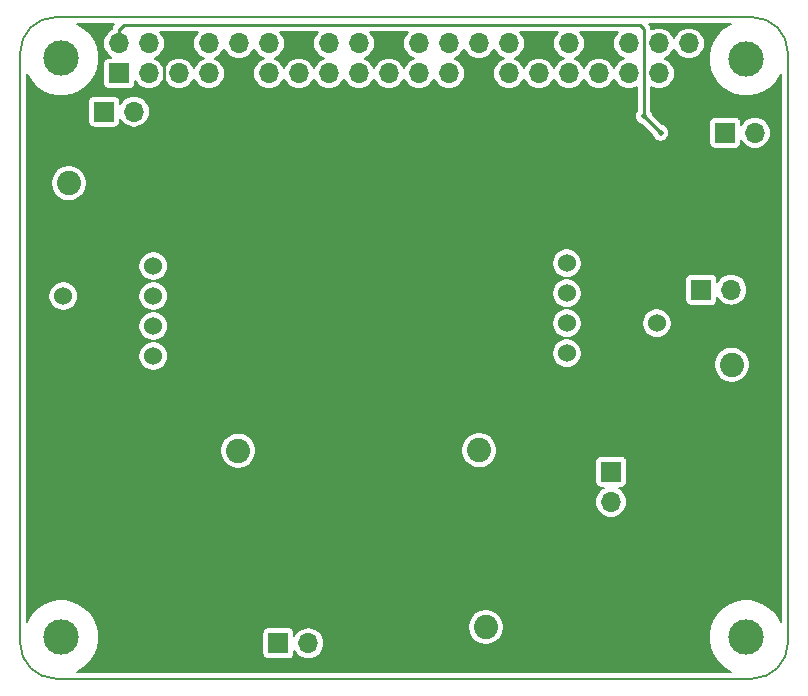
<source format=gbl>
G04 #@! TF.GenerationSoftware,KiCad,Pcbnew,(5.1.4)-1*
G04 #@! TF.CreationDate,2019-10-20T15:20:57+05:30*
G04 #@! TF.ProjectId,RPi Hat RF Transmitter V1,52506920-4861-4742-9052-46205472616e,rev?*
G04 #@! TF.SameCoordinates,Original*
G04 #@! TF.FileFunction,Copper,L2,Bot*
G04 #@! TF.FilePolarity,Positive*
%FSLAX46Y46*%
G04 Gerber Fmt 4.6, Leading zero omitted, Abs format (unit mm)*
G04 Created by KiCad (PCBNEW (5.1.4)-1) date 2019-10-20 15:20:57*
%MOMM*%
%LPD*%
G04 APERTURE LIST*
%ADD10C,0.150000*%
%ADD11O,1.700000X1.700000*%
%ADD12R,1.700000X1.700000*%
%ADD13O,1.200000X1.900000*%
%ADD14C,1.450000*%
%ADD15C,0.610000*%
%ADD16C,1.524000*%
%ADD17C,2.250000*%
%ADD18C,2.050000*%
%ADD19C,3.000000*%
%ADD20C,0.500000*%
%ADD21C,0.250000*%
%ADD22C,0.200000*%
G04 APERTURE END LIST*
D10*
X78546356Y-63817611D02*
X78546356Y-113817611D01*
X140546356Y-60817611D02*
X81546356Y-60817611D01*
X143546351Y-113822847D02*
X143546356Y-63817611D01*
X81546356Y-116817611D02*
X140546356Y-116817611D01*
X78546356Y-63817611D02*
G75*
G02X81546356Y-60817611I3000000J0D01*
G01*
X140546356Y-60817611D02*
G75*
G02X143546356Y-63817611I0J-3000000D01*
G01*
X81546356Y-116817611D02*
G75*
G02X78546356Y-113817611I0J3000000D01*
G01*
X143546351Y-113822847D02*
G75*
G02X140546356Y-116817611I-2999995J5236D01*
G01*
D11*
X138760000Y-83900000D03*
D12*
X136220000Y-83900000D03*
D11*
X88200000Y-68820000D03*
D12*
X85660000Y-68820000D03*
D13*
X94257500Y-115379500D03*
X87257500Y-115379500D03*
D14*
X93257500Y-112679500D03*
X88257500Y-112679500D03*
D15*
X107120000Y-96395000D03*
X107120000Y-98605000D03*
D16*
X89820000Y-81900000D03*
X89820000Y-84440000D03*
X89820000Y-86980000D03*
X89820000Y-89520000D03*
X82200000Y-84440000D03*
X124840000Y-89280000D03*
X124840000Y-86740000D03*
X124840000Y-84200000D03*
X124840000Y-81660000D03*
X132460000Y-86740000D03*
D17*
X120523000Y-114998500D03*
X115443000Y-114998500D03*
X115443000Y-109918500D03*
X120523000Y-109918500D03*
D18*
X117983000Y-112458500D03*
D17*
X80140000Y-77420000D03*
X80140000Y-72340000D03*
X85220000Y-72340000D03*
X85220000Y-77420000D03*
D18*
X82680000Y-74880000D03*
D17*
X136271000Y-87693500D03*
X141351000Y-87693500D03*
X141351000Y-92773500D03*
X136271000Y-92773500D03*
D18*
X138811000Y-90233500D03*
D17*
X119940000Y-94960000D03*
X119940000Y-100040000D03*
X114860000Y-100040000D03*
X114860000Y-94960000D03*
D18*
X117400000Y-97500000D03*
D17*
X99540000Y-94980000D03*
X99540000Y-100060000D03*
X94460000Y-100060000D03*
X94460000Y-94980000D03*
D18*
X97000000Y-97520000D03*
D11*
X140779500Y-70612000D03*
D12*
X138239500Y-70612000D03*
D11*
X128587500Y-101854000D03*
D12*
X128587500Y-99314000D03*
D11*
X108031500Y-113839000D03*
X105491500Y-113839000D03*
X102951500Y-113839000D03*
D12*
X100411500Y-113839000D03*
D11*
X135180000Y-63050000D03*
X135180000Y-65590000D03*
X132640000Y-63050000D03*
X132640000Y-65590000D03*
X130100000Y-63050000D03*
X130100000Y-65590000D03*
X127560000Y-63050000D03*
X127560000Y-65590000D03*
X125020000Y-63050000D03*
X125020000Y-65590000D03*
X122480000Y-63050000D03*
X122480000Y-65590000D03*
X119940000Y-63050000D03*
X119940000Y-65590000D03*
X117400000Y-63050000D03*
X117400000Y-65590000D03*
X114860000Y-63050000D03*
X114860000Y-65590000D03*
X112320000Y-63050000D03*
X112320000Y-65590000D03*
X109780000Y-63050000D03*
X109780000Y-65590000D03*
X107240000Y-63050000D03*
X107240000Y-65590000D03*
X104700000Y-63050000D03*
X104700000Y-65590000D03*
X102160000Y-63050000D03*
X102160000Y-65590000D03*
X99620000Y-63050000D03*
X99620000Y-65590000D03*
X97080000Y-63050000D03*
X97080000Y-65590000D03*
X94540000Y-63050000D03*
X94540000Y-65590000D03*
X92000000Y-63050000D03*
X92000000Y-65590000D03*
X89460000Y-63050000D03*
X89460000Y-65590000D03*
X86920000Y-63050000D03*
D12*
X86920000Y-65590000D03*
D19*
X82040000Y-64310000D03*
X140040000Y-64330000D03*
X82040000Y-113320000D03*
X140030000Y-113310000D03*
D20*
X140398500Y-100711000D03*
X141986000Y-101536500D03*
X140970000Y-101536500D03*
X142494000Y-103378000D03*
X140589000Y-103378000D03*
X97801000Y-90987000D03*
X136906000Y-98044000D03*
X136906000Y-100584000D03*
X136906000Y-99314000D03*
X136906000Y-101981000D03*
X131699000Y-99441000D03*
X131699000Y-101981000D03*
X131699000Y-100711000D03*
X131699000Y-103378000D03*
X132842000Y-96647000D03*
X135382000Y-96647000D03*
X134112000Y-96647000D03*
X136779000Y-96901000D03*
X142494000Y-102298500D03*
X141605000Y-102298500D03*
X99604000Y-85035500D03*
X97559000Y-79321500D03*
X111313400Y-85099000D03*
X95908000Y-74686000D03*
X97432000Y-74178000D03*
X99083000Y-74686000D03*
X100861000Y-74178000D03*
X102512000Y-74686000D03*
X103909000Y-74178000D03*
X105941000Y-74178000D03*
X108862000Y-74178000D03*
X110513000Y-74178000D03*
X111656000Y-74432000D03*
X113053000Y-74305000D03*
X114450000Y-74559000D03*
X117371000Y-74559000D03*
X118641000Y-74559000D03*
X119911000Y-74559000D03*
X140716000Y-89408000D03*
X140970000Y-90297000D03*
X142113000Y-89408000D03*
X142240000Y-90297000D03*
X142748000Y-91186000D03*
X140462000Y-91059000D03*
X142748000Y-94488000D03*
X141605000Y-94488000D03*
X140462000Y-94488000D03*
X140589000Y-95377000D03*
X140652500Y-96583500D03*
X140716000Y-97726500D03*
X140398500Y-98996500D03*
X140398500Y-99949000D03*
X141351000Y-100711000D03*
X142367000Y-100711000D03*
X142494000Y-104394000D03*
X141605000Y-103378000D03*
X140589000Y-102298500D03*
X131699000Y-97282000D03*
X131572000Y-98298000D03*
X137160000Y-95694500D03*
X137350500Y-94488000D03*
X96035000Y-77099000D03*
X95908000Y-77988000D03*
X96035000Y-78877000D03*
X98702000Y-78877000D03*
X99845000Y-78877000D03*
X99210000Y-77734000D03*
X99210000Y-76845000D03*
X101877000Y-78877000D03*
X100988000Y-79385000D03*
X102639000Y-77734000D03*
X102385000Y-76845000D03*
X103909000Y-77353000D03*
X105052000Y-77226000D03*
X106068000Y-77353000D03*
X108862000Y-77353000D03*
X110513000Y-77353000D03*
X111402000Y-77861000D03*
X111402000Y-78877000D03*
X112418000Y-79385000D03*
X113688000Y-79385000D03*
X114704000Y-79004000D03*
X114831000Y-78115000D03*
X114831000Y-76972000D03*
X117752000Y-79004000D03*
X118133000Y-77988000D03*
X118133000Y-76972000D03*
X119403000Y-76972000D03*
X117892000Y-81670000D03*
X115225000Y-81670000D03*
X113955000Y-81543000D03*
X112431000Y-81543000D03*
X110907000Y-81416000D03*
X109129000Y-81416000D03*
X106462000Y-81416000D03*
X105192000Y-81543000D03*
X103668000Y-81416000D03*
X102652000Y-81797000D03*
X101255000Y-81543000D03*
X99477000Y-81797000D03*
X97826000Y-81543000D03*
X102525000Y-85861000D03*
X99350000Y-85861000D03*
X102779000Y-84845000D03*
X102652000Y-84083000D03*
X103922000Y-84718000D03*
X105192000Y-84591000D03*
X106462000Y-84718000D03*
X109002000Y-84591000D03*
X110272000Y-84591000D03*
X114717000Y-85988000D03*
X114717000Y-84845000D03*
X114844000Y-84083000D03*
X118019000Y-86242000D03*
X118146000Y-85226000D03*
X118146000Y-84210000D03*
X97928000Y-90098000D03*
X99198000Y-90098000D03*
X100468000Y-90098000D03*
X101738000Y-90098000D03*
X102881000Y-90098000D03*
X104151000Y-90098000D03*
X104278000Y-90987000D03*
X107326000Y-91749000D03*
X108723000Y-91749000D03*
X109993000Y-91622000D03*
X109993000Y-90733000D03*
X110501000Y-89971000D03*
X111898000Y-89971000D03*
X113295000Y-89971000D03*
X114692000Y-89971000D03*
X116216000Y-89971000D03*
X116724000Y-90733000D03*
X116978000Y-91749000D03*
X118502000Y-91876000D03*
X119518000Y-91749000D03*
X120661000Y-91876000D03*
X121931000Y-91749000D03*
X122312000Y-90733000D03*
X122312000Y-89717000D03*
X97547000Y-91876000D03*
X96150000Y-91876000D03*
X94880000Y-91876000D03*
X93610000Y-91876000D03*
X92213000Y-91876000D03*
X91832000Y-90860000D03*
X131699000Y-106172000D03*
X131699000Y-107315000D03*
X131572000Y-108458000D03*
X130302000Y-107950000D03*
X128905000Y-108077000D03*
X127381000Y-108077000D03*
X126238000Y-108458000D03*
X124968000Y-108585000D03*
X123952000Y-109601000D03*
X122936000Y-110617000D03*
X122047000Y-111252000D03*
X118618000Y-110363000D03*
X117348000Y-110363000D03*
X115697000Y-111760000D03*
X115697000Y-113030000D03*
X117348000Y-114427000D03*
X118491000Y-114427000D03*
X122047000Y-113665000D03*
X123444000Y-113665000D03*
X124587000Y-112649000D03*
X125476000Y-111633000D03*
X126365000Y-110871000D03*
X127381000Y-111506000D03*
X128651000Y-111506000D03*
X130048000Y-111506000D03*
X131191000Y-111125000D03*
X132080000Y-111252000D03*
X133096000Y-111506000D03*
X134493000Y-111379000D03*
X135636000Y-111125000D03*
X136779000Y-110998000D03*
X137922000Y-109982000D03*
X138938000Y-108966000D03*
X139954000Y-107950000D03*
X140208000Y-106680000D03*
X140335000Y-105410000D03*
X140589000Y-104394000D03*
X141605000Y-104394000D03*
X137541000Y-105410000D03*
X137414000Y-106680000D03*
X136525000Y-107569000D03*
X135636000Y-108331000D03*
X135001000Y-107442000D03*
X134493000Y-103505000D03*
X134493000Y-100203000D03*
X136906000Y-104394000D03*
X136906000Y-103251000D03*
X141351000Y-99949000D03*
X142367000Y-99949000D03*
X142494000Y-105410000D03*
X141414500Y-105410000D03*
X80280000Y-74300000D03*
X80260000Y-75340000D03*
X85000000Y-74320000D03*
X85020000Y-75340000D03*
X105580000Y-99400000D03*
X107120000Y-100160000D03*
X108780000Y-99420000D03*
X108780000Y-95600000D03*
X107140000Y-94940000D03*
X105580000Y-95600000D03*
X96302000Y-81670000D03*
X131368800Y-69215000D03*
X132765800Y-70612000D03*
D21*
X92000000Y-63050000D02*
X90728800Y-64321200D01*
X90728800Y-64321200D02*
X90728800Y-66598800D01*
X86920000Y-61847919D02*
X86920000Y-63050000D01*
X86944319Y-61823600D02*
X86920000Y-61847919D01*
X132765800Y-70612000D02*
X131368800Y-69215000D01*
X131368800Y-69215000D02*
X131368800Y-61823600D01*
X131368800Y-61823600D02*
X131013200Y-61468000D01*
X87325200Y-61468000D02*
X86969600Y-61823600D01*
X86969600Y-61823600D02*
X86944319Y-61823600D01*
X131013200Y-61468000D02*
X87325200Y-61468000D01*
D22*
G36*
X86489277Y-61392877D02*
G01*
X86475920Y-61403839D01*
X86397817Y-61499009D01*
X86339781Y-61607586D01*
X86304043Y-61725399D01*
X86295000Y-61817216D01*
X86295000Y-61817225D01*
X86291977Y-61847919D01*
X86292634Y-61854586D01*
X86166351Y-61922085D01*
X85960787Y-62090787D01*
X85792085Y-62296351D01*
X85666728Y-62530878D01*
X85589533Y-62785354D01*
X85563468Y-63050000D01*
X85589533Y-63314646D01*
X85666728Y-63569122D01*
X85792085Y-63803649D01*
X85960787Y-64009213D01*
X86166351Y-64177915D01*
X86277978Y-64237581D01*
X86070000Y-64237581D01*
X85971983Y-64247235D01*
X85877733Y-64275825D01*
X85790871Y-64322254D01*
X85714736Y-64384736D01*
X85652254Y-64460871D01*
X85605825Y-64547733D01*
X85577235Y-64641983D01*
X85567581Y-64740000D01*
X85567581Y-66440000D01*
X85577235Y-66538017D01*
X85605825Y-66632267D01*
X85652254Y-66719129D01*
X85714736Y-66795264D01*
X85790871Y-66857746D01*
X85877733Y-66904175D01*
X85971983Y-66932765D01*
X86070000Y-66942419D01*
X87770000Y-66942419D01*
X87868017Y-66932765D01*
X87962267Y-66904175D01*
X88049129Y-66857746D01*
X88125264Y-66795264D01*
X88187746Y-66719129D01*
X88234175Y-66632267D01*
X88262765Y-66538017D01*
X88272419Y-66440000D01*
X88272419Y-66232022D01*
X88332085Y-66343649D01*
X88500787Y-66549213D01*
X88706351Y-66717915D01*
X88940878Y-66843272D01*
X89195354Y-66920467D01*
X89393679Y-66940000D01*
X89526321Y-66940000D01*
X89724646Y-66920467D01*
X89979122Y-66843272D01*
X90213649Y-66717915D01*
X90419213Y-66549213D01*
X90587915Y-66343649D01*
X90713272Y-66109122D01*
X90730000Y-66053978D01*
X90746728Y-66109122D01*
X90872085Y-66343649D01*
X91040787Y-66549213D01*
X91246351Y-66717915D01*
X91480878Y-66843272D01*
X91735354Y-66920467D01*
X91933679Y-66940000D01*
X92066321Y-66940000D01*
X92264646Y-66920467D01*
X92519122Y-66843272D01*
X92753649Y-66717915D01*
X92959213Y-66549213D01*
X93127915Y-66343649D01*
X93253272Y-66109122D01*
X93270000Y-66053978D01*
X93286728Y-66109122D01*
X93412085Y-66343649D01*
X93580787Y-66549213D01*
X93786351Y-66717915D01*
X94020878Y-66843272D01*
X94275354Y-66920467D01*
X94473679Y-66940000D01*
X94606321Y-66940000D01*
X94804646Y-66920467D01*
X95059122Y-66843272D01*
X95293649Y-66717915D01*
X95499213Y-66549213D01*
X95667915Y-66343649D01*
X95793272Y-66109122D01*
X95870467Y-65854646D01*
X95896532Y-65590000D01*
X95870467Y-65325354D01*
X95793272Y-65070878D01*
X95667915Y-64836351D01*
X95499213Y-64630787D01*
X95293649Y-64462085D01*
X95059122Y-64336728D01*
X95003978Y-64320000D01*
X95059122Y-64303272D01*
X95293649Y-64177915D01*
X95499213Y-64009213D01*
X95667915Y-63803649D01*
X95793272Y-63569122D01*
X95810000Y-63513978D01*
X95826728Y-63569122D01*
X95952085Y-63803649D01*
X96120787Y-64009213D01*
X96326351Y-64177915D01*
X96560878Y-64303272D01*
X96815354Y-64380467D01*
X97013679Y-64400000D01*
X97146321Y-64400000D01*
X97344646Y-64380467D01*
X97599122Y-64303272D01*
X97833649Y-64177915D01*
X98039213Y-64009213D01*
X98207915Y-63803649D01*
X98333272Y-63569122D01*
X98350000Y-63513978D01*
X98366728Y-63569122D01*
X98492085Y-63803649D01*
X98660787Y-64009213D01*
X98866351Y-64177915D01*
X99100878Y-64303272D01*
X99156022Y-64320000D01*
X99100878Y-64336728D01*
X98866351Y-64462085D01*
X98660787Y-64630787D01*
X98492085Y-64836351D01*
X98366728Y-65070878D01*
X98289533Y-65325354D01*
X98263468Y-65590000D01*
X98289533Y-65854646D01*
X98366728Y-66109122D01*
X98492085Y-66343649D01*
X98660787Y-66549213D01*
X98866351Y-66717915D01*
X99100878Y-66843272D01*
X99355354Y-66920467D01*
X99553679Y-66940000D01*
X99686321Y-66940000D01*
X99884646Y-66920467D01*
X100139122Y-66843272D01*
X100373649Y-66717915D01*
X100579213Y-66549213D01*
X100747915Y-66343649D01*
X100873272Y-66109122D01*
X100890000Y-66053978D01*
X100906728Y-66109122D01*
X101032085Y-66343649D01*
X101200787Y-66549213D01*
X101406351Y-66717915D01*
X101640878Y-66843272D01*
X101895354Y-66920467D01*
X102093679Y-66940000D01*
X102226321Y-66940000D01*
X102424646Y-66920467D01*
X102679122Y-66843272D01*
X102913649Y-66717915D01*
X103119213Y-66549213D01*
X103287915Y-66343649D01*
X103413272Y-66109122D01*
X103430000Y-66053978D01*
X103446728Y-66109122D01*
X103572085Y-66343649D01*
X103740787Y-66549213D01*
X103946351Y-66717915D01*
X104180878Y-66843272D01*
X104435354Y-66920467D01*
X104633679Y-66940000D01*
X104766321Y-66940000D01*
X104964646Y-66920467D01*
X105219122Y-66843272D01*
X105453649Y-66717915D01*
X105659213Y-66549213D01*
X105827915Y-66343649D01*
X105953272Y-66109122D01*
X105970000Y-66053978D01*
X105986728Y-66109122D01*
X106112085Y-66343649D01*
X106280787Y-66549213D01*
X106486351Y-66717915D01*
X106720878Y-66843272D01*
X106975354Y-66920467D01*
X107173679Y-66940000D01*
X107306321Y-66940000D01*
X107504646Y-66920467D01*
X107759122Y-66843272D01*
X107993649Y-66717915D01*
X108199213Y-66549213D01*
X108367915Y-66343649D01*
X108493272Y-66109122D01*
X108510000Y-66053978D01*
X108526728Y-66109122D01*
X108652085Y-66343649D01*
X108820787Y-66549213D01*
X109026351Y-66717915D01*
X109260878Y-66843272D01*
X109515354Y-66920467D01*
X109713679Y-66940000D01*
X109846321Y-66940000D01*
X110044646Y-66920467D01*
X110299122Y-66843272D01*
X110533649Y-66717915D01*
X110739213Y-66549213D01*
X110907915Y-66343649D01*
X111033272Y-66109122D01*
X111050000Y-66053978D01*
X111066728Y-66109122D01*
X111192085Y-66343649D01*
X111360787Y-66549213D01*
X111566351Y-66717915D01*
X111800878Y-66843272D01*
X112055354Y-66920467D01*
X112253679Y-66940000D01*
X112386321Y-66940000D01*
X112584646Y-66920467D01*
X112839122Y-66843272D01*
X113073649Y-66717915D01*
X113279213Y-66549213D01*
X113447915Y-66343649D01*
X113573272Y-66109122D01*
X113590000Y-66053978D01*
X113606728Y-66109122D01*
X113732085Y-66343649D01*
X113900787Y-66549213D01*
X114106351Y-66717915D01*
X114340878Y-66843272D01*
X114595354Y-66920467D01*
X114793679Y-66940000D01*
X114926321Y-66940000D01*
X115124646Y-66920467D01*
X115379122Y-66843272D01*
X115613649Y-66717915D01*
X115819213Y-66549213D01*
X115987915Y-66343649D01*
X116113272Y-66109122D01*
X116190467Y-65854646D01*
X116216532Y-65590000D01*
X116190467Y-65325354D01*
X116113272Y-65070878D01*
X115987915Y-64836351D01*
X115819213Y-64630787D01*
X115613649Y-64462085D01*
X115379122Y-64336728D01*
X115323978Y-64320000D01*
X115379122Y-64303272D01*
X115613649Y-64177915D01*
X115819213Y-64009213D01*
X115987915Y-63803649D01*
X116113272Y-63569122D01*
X116130000Y-63513978D01*
X116146728Y-63569122D01*
X116272085Y-63803649D01*
X116440787Y-64009213D01*
X116646351Y-64177915D01*
X116880878Y-64303272D01*
X117135354Y-64380467D01*
X117333679Y-64400000D01*
X117466321Y-64400000D01*
X117664646Y-64380467D01*
X117919122Y-64303272D01*
X118153649Y-64177915D01*
X118359213Y-64009213D01*
X118527915Y-63803649D01*
X118653272Y-63569122D01*
X118670000Y-63513978D01*
X118686728Y-63569122D01*
X118812085Y-63803649D01*
X118980787Y-64009213D01*
X119186351Y-64177915D01*
X119420878Y-64303272D01*
X119476022Y-64320000D01*
X119420878Y-64336728D01*
X119186351Y-64462085D01*
X118980787Y-64630787D01*
X118812085Y-64836351D01*
X118686728Y-65070878D01*
X118609533Y-65325354D01*
X118583468Y-65590000D01*
X118609533Y-65854646D01*
X118686728Y-66109122D01*
X118812085Y-66343649D01*
X118980787Y-66549213D01*
X119186351Y-66717915D01*
X119420878Y-66843272D01*
X119675354Y-66920467D01*
X119873679Y-66940000D01*
X120006321Y-66940000D01*
X120204646Y-66920467D01*
X120459122Y-66843272D01*
X120693649Y-66717915D01*
X120899213Y-66549213D01*
X121067915Y-66343649D01*
X121193272Y-66109122D01*
X121210000Y-66053978D01*
X121226728Y-66109122D01*
X121352085Y-66343649D01*
X121520787Y-66549213D01*
X121726351Y-66717915D01*
X121960878Y-66843272D01*
X122215354Y-66920467D01*
X122413679Y-66940000D01*
X122546321Y-66940000D01*
X122744646Y-66920467D01*
X122999122Y-66843272D01*
X123233649Y-66717915D01*
X123439213Y-66549213D01*
X123607915Y-66343649D01*
X123733272Y-66109122D01*
X123750000Y-66053978D01*
X123766728Y-66109122D01*
X123892085Y-66343649D01*
X124060787Y-66549213D01*
X124266351Y-66717915D01*
X124500878Y-66843272D01*
X124755354Y-66920467D01*
X124953679Y-66940000D01*
X125086321Y-66940000D01*
X125284646Y-66920467D01*
X125539122Y-66843272D01*
X125773649Y-66717915D01*
X125979213Y-66549213D01*
X126147915Y-66343649D01*
X126273272Y-66109122D01*
X126290000Y-66053978D01*
X126306728Y-66109122D01*
X126432085Y-66343649D01*
X126600787Y-66549213D01*
X126806351Y-66717915D01*
X127040878Y-66843272D01*
X127295354Y-66920467D01*
X127493679Y-66940000D01*
X127626321Y-66940000D01*
X127824646Y-66920467D01*
X128079122Y-66843272D01*
X128313649Y-66717915D01*
X128519213Y-66549213D01*
X128687915Y-66343649D01*
X128813272Y-66109122D01*
X128830000Y-66053978D01*
X128846728Y-66109122D01*
X128972085Y-66343649D01*
X129140787Y-66549213D01*
X129346351Y-66717915D01*
X129580878Y-66843272D01*
X129835354Y-66920467D01*
X130033679Y-66940000D01*
X130166321Y-66940000D01*
X130364646Y-66920467D01*
X130619122Y-66843272D01*
X130743800Y-66776630D01*
X130743800Y-68800415D01*
X130704159Y-68859742D01*
X130647622Y-68996233D01*
X130618800Y-69141131D01*
X130618800Y-69288869D01*
X130647622Y-69433767D01*
X130704159Y-69570258D01*
X130786237Y-69693097D01*
X130890703Y-69797563D01*
X131013542Y-69879641D01*
X131150033Y-69936178D01*
X131220016Y-69950099D01*
X132030702Y-70760784D01*
X132044622Y-70830767D01*
X132101159Y-70967258D01*
X132183237Y-71090097D01*
X132287703Y-71194563D01*
X132410542Y-71276641D01*
X132547033Y-71333178D01*
X132691931Y-71362000D01*
X132839669Y-71362000D01*
X132984567Y-71333178D01*
X133121058Y-71276641D01*
X133243897Y-71194563D01*
X133348363Y-71090097D01*
X133430441Y-70967258D01*
X133486978Y-70830767D01*
X133515800Y-70685869D01*
X133515800Y-70538131D01*
X133486978Y-70393233D01*
X133430441Y-70256742D01*
X133348363Y-70133903D01*
X133243897Y-70029437D01*
X133121058Y-69947359D01*
X132984567Y-69890822D01*
X132914584Y-69876902D01*
X132799683Y-69762000D01*
X136887081Y-69762000D01*
X136887081Y-71462000D01*
X136896735Y-71560017D01*
X136925325Y-71654267D01*
X136971754Y-71741129D01*
X137034236Y-71817264D01*
X137110371Y-71879746D01*
X137197233Y-71926175D01*
X137291483Y-71954765D01*
X137389500Y-71964419D01*
X139089500Y-71964419D01*
X139187517Y-71954765D01*
X139281767Y-71926175D01*
X139368629Y-71879746D01*
X139444764Y-71817264D01*
X139507246Y-71741129D01*
X139553675Y-71654267D01*
X139582265Y-71560017D01*
X139591919Y-71462000D01*
X139591919Y-71254022D01*
X139651585Y-71365649D01*
X139820287Y-71571213D01*
X140025851Y-71739915D01*
X140260378Y-71865272D01*
X140514854Y-71942467D01*
X140713179Y-71962000D01*
X140845821Y-71962000D01*
X141044146Y-71942467D01*
X141298622Y-71865272D01*
X141533149Y-71739915D01*
X141738713Y-71571213D01*
X141907415Y-71365649D01*
X142032772Y-71131122D01*
X142109967Y-70876646D01*
X142136032Y-70612000D01*
X142109967Y-70347354D01*
X142032772Y-70092878D01*
X141907415Y-69858351D01*
X141738713Y-69652787D01*
X141533149Y-69484085D01*
X141298622Y-69358728D01*
X141044146Y-69281533D01*
X140845821Y-69262000D01*
X140713179Y-69262000D01*
X140514854Y-69281533D01*
X140260378Y-69358728D01*
X140025851Y-69484085D01*
X139820287Y-69652787D01*
X139651585Y-69858351D01*
X139591919Y-69969978D01*
X139591919Y-69762000D01*
X139582265Y-69663983D01*
X139553675Y-69569733D01*
X139507246Y-69482871D01*
X139444764Y-69406736D01*
X139368629Y-69344254D01*
X139281767Y-69297825D01*
X139187517Y-69269235D01*
X139089500Y-69259581D01*
X137389500Y-69259581D01*
X137291483Y-69269235D01*
X137197233Y-69297825D01*
X137110371Y-69344254D01*
X137034236Y-69406736D01*
X136971754Y-69482871D01*
X136925325Y-69569733D01*
X136896735Y-69663983D01*
X136887081Y-69762000D01*
X132799683Y-69762000D01*
X132103899Y-69066216D01*
X132089978Y-68996233D01*
X132033441Y-68859742D01*
X131993800Y-68800415D01*
X131993800Y-66775348D01*
X132120878Y-66843272D01*
X132375354Y-66920467D01*
X132573679Y-66940000D01*
X132706321Y-66940000D01*
X132904646Y-66920467D01*
X133159122Y-66843272D01*
X133393649Y-66717915D01*
X133599213Y-66549213D01*
X133767915Y-66343649D01*
X133893272Y-66109122D01*
X133970467Y-65854646D01*
X133996532Y-65590000D01*
X133970467Y-65325354D01*
X133893272Y-65070878D01*
X133767915Y-64836351D01*
X133599213Y-64630787D01*
X133393649Y-64462085D01*
X133159122Y-64336728D01*
X133103978Y-64320000D01*
X133159122Y-64303272D01*
X133393649Y-64177915D01*
X133599213Y-64009213D01*
X133767915Y-63803649D01*
X133893272Y-63569122D01*
X133910000Y-63513978D01*
X133926728Y-63569122D01*
X134052085Y-63803649D01*
X134220787Y-64009213D01*
X134426351Y-64177915D01*
X134660878Y-64303272D01*
X134915354Y-64380467D01*
X135113679Y-64400000D01*
X135246321Y-64400000D01*
X135444646Y-64380467D01*
X135699122Y-64303272D01*
X135933649Y-64177915D01*
X136139213Y-64009213D01*
X136307915Y-63803649D01*
X136433272Y-63569122D01*
X136510467Y-63314646D01*
X136536532Y-63050000D01*
X136510467Y-62785354D01*
X136433272Y-62530878D01*
X136307915Y-62296351D01*
X136139213Y-62090787D01*
X135933649Y-61922085D01*
X135699122Y-61796728D01*
X135444646Y-61719533D01*
X135246321Y-61700000D01*
X135113679Y-61700000D01*
X134915354Y-61719533D01*
X134660878Y-61796728D01*
X134426351Y-61922085D01*
X134220787Y-62090787D01*
X134052085Y-62296351D01*
X133926728Y-62530878D01*
X133910000Y-62586022D01*
X133893272Y-62530878D01*
X133767915Y-62296351D01*
X133599213Y-62090787D01*
X133393649Y-61922085D01*
X133159122Y-61796728D01*
X132904646Y-61719533D01*
X132706321Y-61700000D01*
X132573679Y-61700000D01*
X132375354Y-61719533D01*
X132120878Y-61796728D01*
X131993800Y-61864652D01*
X131993800Y-61854293D01*
X131996823Y-61823599D01*
X131993800Y-61792905D01*
X131993800Y-61792896D01*
X131984757Y-61701079D01*
X131949019Y-61583266D01*
X131896200Y-61484449D01*
X131890982Y-61474687D01*
X131857395Y-61433762D01*
X131823623Y-61392611D01*
X138769483Y-61392611D01*
X138524232Y-61494197D01*
X138000119Y-61844398D01*
X137554398Y-62290119D01*
X137204197Y-62814232D01*
X136962975Y-63396595D01*
X136840000Y-64014828D01*
X136840000Y-64645172D01*
X136962975Y-65263405D01*
X137204197Y-65845768D01*
X137554398Y-66369881D01*
X138000119Y-66815602D01*
X138524232Y-67165803D01*
X139106595Y-67407025D01*
X139724828Y-67530000D01*
X140355172Y-67530000D01*
X140973405Y-67407025D01*
X141555768Y-67165803D01*
X142079881Y-66815602D01*
X142525602Y-66369881D01*
X142875803Y-65845768D01*
X142971357Y-65615080D01*
X142971351Y-112049049D01*
X142865803Y-111794232D01*
X142515602Y-111270119D01*
X142069881Y-110824398D01*
X141545768Y-110474197D01*
X140963405Y-110232975D01*
X140345172Y-110110000D01*
X139714828Y-110110000D01*
X139096595Y-110232975D01*
X138514232Y-110474197D01*
X137990119Y-110824398D01*
X137544398Y-111270119D01*
X137194197Y-111794232D01*
X136952975Y-112376595D01*
X136830000Y-112994828D01*
X136830000Y-113625172D01*
X136952975Y-114243405D01*
X137194197Y-114825768D01*
X137544398Y-115349881D01*
X137990119Y-115795602D01*
X138514232Y-116145803D01*
X138747948Y-116242611D01*
X83346194Y-116242611D01*
X83555768Y-116155803D01*
X84079881Y-115805602D01*
X84525602Y-115359881D01*
X84875803Y-114835768D01*
X85117025Y-114253405D01*
X85240000Y-113635172D01*
X85240000Y-113004828D01*
X85236852Y-112989000D01*
X99059081Y-112989000D01*
X99059081Y-114689000D01*
X99068735Y-114787017D01*
X99097325Y-114881267D01*
X99143754Y-114968129D01*
X99206236Y-115044264D01*
X99282371Y-115106746D01*
X99369233Y-115153175D01*
X99463483Y-115181765D01*
X99561500Y-115191419D01*
X101261500Y-115191419D01*
X101359517Y-115181765D01*
X101453767Y-115153175D01*
X101540629Y-115106746D01*
X101616764Y-115044264D01*
X101679246Y-114968129D01*
X101725675Y-114881267D01*
X101754265Y-114787017D01*
X101763919Y-114689000D01*
X101763919Y-114481022D01*
X101823585Y-114592649D01*
X101992287Y-114798213D01*
X102197851Y-114966915D01*
X102432378Y-115092272D01*
X102686854Y-115169467D01*
X102885179Y-115189000D01*
X103017821Y-115189000D01*
X103216146Y-115169467D01*
X103470622Y-115092272D01*
X103705149Y-114966915D01*
X103910713Y-114798213D01*
X104079415Y-114592649D01*
X104204772Y-114358122D01*
X104281967Y-114103646D01*
X104308032Y-113839000D01*
X104281967Y-113574354D01*
X104204772Y-113319878D01*
X104079415Y-113085351D01*
X103910713Y-112879787D01*
X103705149Y-112711085D01*
X103470622Y-112585728D01*
X103216146Y-112508533D01*
X103017821Y-112489000D01*
X102885179Y-112489000D01*
X102686854Y-112508533D01*
X102432378Y-112585728D01*
X102197851Y-112711085D01*
X101992287Y-112879787D01*
X101823585Y-113085351D01*
X101763919Y-113196978D01*
X101763919Y-112989000D01*
X101754265Y-112890983D01*
X101725675Y-112796733D01*
X101679246Y-112709871D01*
X101616764Y-112633736D01*
X101540629Y-112571254D01*
X101453767Y-112524825D01*
X101359517Y-112496235D01*
X101261500Y-112486581D01*
X99561500Y-112486581D01*
X99463483Y-112496235D01*
X99369233Y-112524825D01*
X99282371Y-112571254D01*
X99206236Y-112633736D01*
X99143754Y-112709871D01*
X99097325Y-112796733D01*
X99068735Y-112890983D01*
X99059081Y-112989000D01*
X85236852Y-112989000D01*
X85117025Y-112386595D01*
X85084595Y-112308301D01*
X116458000Y-112308301D01*
X116458000Y-112608699D01*
X116516605Y-112903326D01*
X116631562Y-113180858D01*
X116798455Y-113430631D01*
X117010869Y-113643045D01*
X117260642Y-113809938D01*
X117538174Y-113924895D01*
X117832801Y-113983500D01*
X118133199Y-113983500D01*
X118427826Y-113924895D01*
X118705358Y-113809938D01*
X118955131Y-113643045D01*
X119167545Y-113430631D01*
X119334438Y-113180858D01*
X119449395Y-112903326D01*
X119508000Y-112608699D01*
X119508000Y-112308301D01*
X119449395Y-112013674D01*
X119334438Y-111736142D01*
X119167545Y-111486369D01*
X118955131Y-111273955D01*
X118705358Y-111107062D01*
X118427826Y-110992105D01*
X118133199Y-110933500D01*
X117832801Y-110933500D01*
X117538174Y-110992105D01*
X117260642Y-111107062D01*
X117010869Y-111273955D01*
X116798455Y-111486369D01*
X116631562Y-111736142D01*
X116516605Y-112013674D01*
X116458000Y-112308301D01*
X85084595Y-112308301D01*
X84875803Y-111804232D01*
X84525602Y-111280119D01*
X84079881Y-110834398D01*
X83555768Y-110484197D01*
X82973405Y-110242975D01*
X82355172Y-110120000D01*
X81724828Y-110120000D01*
X81106595Y-110242975D01*
X80524232Y-110484197D01*
X80000119Y-110834398D01*
X79554398Y-111280119D01*
X79204197Y-111804232D01*
X79121356Y-112004228D01*
X79121356Y-101854000D01*
X127230968Y-101854000D01*
X127257033Y-102118646D01*
X127334228Y-102373122D01*
X127459585Y-102607649D01*
X127628287Y-102813213D01*
X127833851Y-102981915D01*
X128068378Y-103107272D01*
X128322854Y-103184467D01*
X128521179Y-103204000D01*
X128653821Y-103204000D01*
X128852146Y-103184467D01*
X129106622Y-103107272D01*
X129341149Y-102981915D01*
X129546713Y-102813213D01*
X129715415Y-102607649D01*
X129840772Y-102373122D01*
X129917967Y-102118646D01*
X129944032Y-101854000D01*
X129917967Y-101589354D01*
X129840772Y-101334878D01*
X129715415Y-101100351D01*
X129546713Y-100894787D01*
X129341149Y-100726085D01*
X129229522Y-100666419D01*
X129437500Y-100666419D01*
X129535517Y-100656765D01*
X129629767Y-100628175D01*
X129716629Y-100581746D01*
X129792764Y-100519264D01*
X129855246Y-100443129D01*
X129901675Y-100356267D01*
X129930265Y-100262017D01*
X129939919Y-100164000D01*
X129939919Y-98464000D01*
X129930265Y-98365983D01*
X129901675Y-98271733D01*
X129855246Y-98184871D01*
X129792764Y-98108736D01*
X129716629Y-98046254D01*
X129629767Y-97999825D01*
X129535517Y-97971235D01*
X129437500Y-97961581D01*
X127737500Y-97961581D01*
X127639483Y-97971235D01*
X127545233Y-97999825D01*
X127458371Y-98046254D01*
X127382236Y-98108736D01*
X127319754Y-98184871D01*
X127273325Y-98271733D01*
X127244735Y-98365983D01*
X127235081Y-98464000D01*
X127235081Y-100164000D01*
X127244735Y-100262017D01*
X127273325Y-100356267D01*
X127319754Y-100443129D01*
X127382236Y-100519264D01*
X127458371Y-100581746D01*
X127545233Y-100628175D01*
X127639483Y-100656765D01*
X127737500Y-100666419D01*
X127945478Y-100666419D01*
X127833851Y-100726085D01*
X127628287Y-100894787D01*
X127459585Y-101100351D01*
X127334228Y-101334878D01*
X127257033Y-101589354D01*
X127230968Y-101854000D01*
X79121356Y-101854000D01*
X79121356Y-97369801D01*
X95475000Y-97369801D01*
X95475000Y-97670199D01*
X95533605Y-97964826D01*
X95648562Y-98242358D01*
X95815455Y-98492131D01*
X96027869Y-98704545D01*
X96277642Y-98871438D01*
X96555174Y-98986395D01*
X96849801Y-99045000D01*
X97150199Y-99045000D01*
X97444826Y-98986395D01*
X97722358Y-98871438D01*
X97972131Y-98704545D01*
X98184545Y-98492131D01*
X98351438Y-98242358D01*
X98466395Y-97964826D01*
X98525000Y-97670199D01*
X98525000Y-97369801D01*
X98521022Y-97349801D01*
X115875000Y-97349801D01*
X115875000Y-97650199D01*
X115933605Y-97944826D01*
X116048562Y-98222358D01*
X116215455Y-98472131D01*
X116427869Y-98684545D01*
X116677642Y-98851438D01*
X116955174Y-98966395D01*
X117249801Y-99025000D01*
X117550199Y-99025000D01*
X117844826Y-98966395D01*
X118122358Y-98851438D01*
X118372131Y-98684545D01*
X118584545Y-98472131D01*
X118751438Y-98222358D01*
X118866395Y-97944826D01*
X118925000Y-97650199D01*
X118925000Y-97349801D01*
X118866395Y-97055174D01*
X118751438Y-96777642D01*
X118584545Y-96527869D01*
X118372131Y-96315455D01*
X118122358Y-96148562D01*
X117844826Y-96033605D01*
X117550199Y-95975000D01*
X117249801Y-95975000D01*
X116955174Y-96033605D01*
X116677642Y-96148562D01*
X116427869Y-96315455D01*
X116215455Y-96527869D01*
X116048562Y-96777642D01*
X115933605Y-97055174D01*
X115875000Y-97349801D01*
X98521022Y-97349801D01*
X98466395Y-97075174D01*
X98351438Y-96797642D01*
X98184545Y-96547869D01*
X97972131Y-96335455D01*
X97722358Y-96168562D01*
X97444826Y-96053605D01*
X97150199Y-95995000D01*
X96849801Y-95995000D01*
X96555174Y-96053605D01*
X96277642Y-96168562D01*
X96027869Y-96335455D01*
X95815455Y-96547869D01*
X95648562Y-96797642D01*
X95533605Y-97075174D01*
X95475000Y-97369801D01*
X79121356Y-97369801D01*
X79121356Y-89395704D01*
X88558000Y-89395704D01*
X88558000Y-89644296D01*
X88606498Y-89888112D01*
X88701630Y-90117781D01*
X88839741Y-90324478D01*
X89015522Y-90500259D01*
X89222219Y-90638370D01*
X89451888Y-90733502D01*
X89695704Y-90782000D01*
X89944296Y-90782000D01*
X90188112Y-90733502D01*
X90417781Y-90638370D01*
X90624478Y-90500259D01*
X90800259Y-90324478D01*
X90938370Y-90117781D01*
X91033502Y-89888112D01*
X91082000Y-89644296D01*
X91082000Y-89395704D01*
X91034262Y-89155704D01*
X123578000Y-89155704D01*
X123578000Y-89404296D01*
X123626498Y-89648112D01*
X123721630Y-89877781D01*
X123859741Y-90084478D01*
X124035522Y-90260259D01*
X124242219Y-90398370D01*
X124471888Y-90493502D01*
X124715704Y-90542000D01*
X124964296Y-90542000D01*
X125208112Y-90493502D01*
X125437781Y-90398370D01*
X125644478Y-90260259D01*
X125820259Y-90084478D01*
X125821045Y-90083301D01*
X137286000Y-90083301D01*
X137286000Y-90383699D01*
X137344605Y-90678326D01*
X137459562Y-90955858D01*
X137626455Y-91205631D01*
X137838869Y-91418045D01*
X138088642Y-91584938D01*
X138366174Y-91699895D01*
X138660801Y-91758500D01*
X138961199Y-91758500D01*
X139255826Y-91699895D01*
X139533358Y-91584938D01*
X139783131Y-91418045D01*
X139995545Y-91205631D01*
X140162438Y-90955858D01*
X140277395Y-90678326D01*
X140336000Y-90383699D01*
X140336000Y-90083301D01*
X140277395Y-89788674D01*
X140162438Y-89511142D01*
X139995545Y-89261369D01*
X139783131Y-89048955D01*
X139533358Y-88882062D01*
X139255826Y-88767105D01*
X138961199Y-88708500D01*
X138660801Y-88708500D01*
X138366174Y-88767105D01*
X138088642Y-88882062D01*
X137838869Y-89048955D01*
X137626455Y-89261369D01*
X137459562Y-89511142D01*
X137344605Y-89788674D01*
X137286000Y-90083301D01*
X125821045Y-90083301D01*
X125958370Y-89877781D01*
X126053502Y-89648112D01*
X126102000Y-89404296D01*
X126102000Y-89155704D01*
X126053502Y-88911888D01*
X125958370Y-88682219D01*
X125820259Y-88475522D01*
X125644478Y-88299741D01*
X125437781Y-88161630D01*
X125208112Y-88066498D01*
X124964296Y-88018000D01*
X124715704Y-88018000D01*
X124471888Y-88066498D01*
X124242219Y-88161630D01*
X124035522Y-88299741D01*
X123859741Y-88475522D01*
X123721630Y-88682219D01*
X123626498Y-88911888D01*
X123578000Y-89155704D01*
X91034262Y-89155704D01*
X91033502Y-89151888D01*
X90938370Y-88922219D01*
X90800259Y-88715522D01*
X90624478Y-88539741D01*
X90417781Y-88401630D01*
X90188112Y-88306498D01*
X89944296Y-88258000D01*
X89695704Y-88258000D01*
X89451888Y-88306498D01*
X89222219Y-88401630D01*
X89015522Y-88539741D01*
X88839741Y-88715522D01*
X88701630Y-88922219D01*
X88606498Y-89151888D01*
X88558000Y-89395704D01*
X79121356Y-89395704D01*
X79121356Y-86855704D01*
X88558000Y-86855704D01*
X88558000Y-87104296D01*
X88606498Y-87348112D01*
X88701630Y-87577781D01*
X88839741Y-87784478D01*
X89015522Y-87960259D01*
X89222219Y-88098370D01*
X89451888Y-88193502D01*
X89695704Y-88242000D01*
X89944296Y-88242000D01*
X90188112Y-88193502D01*
X90417781Y-88098370D01*
X90624478Y-87960259D01*
X90800259Y-87784478D01*
X90938370Y-87577781D01*
X91033502Y-87348112D01*
X91082000Y-87104296D01*
X91082000Y-86855704D01*
X91034262Y-86615704D01*
X123578000Y-86615704D01*
X123578000Y-86864296D01*
X123626498Y-87108112D01*
X123721630Y-87337781D01*
X123859741Y-87544478D01*
X124035522Y-87720259D01*
X124242219Y-87858370D01*
X124471888Y-87953502D01*
X124715704Y-88002000D01*
X124964296Y-88002000D01*
X125208112Y-87953502D01*
X125437781Y-87858370D01*
X125644478Y-87720259D01*
X125820259Y-87544478D01*
X125958370Y-87337781D01*
X126053502Y-87108112D01*
X126102000Y-86864296D01*
X126102000Y-86615704D01*
X131198000Y-86615704D01*
X131198000Y-86864296D01*
X131246498Y-87108112D01*
X131341630Y-87337781D01*
X131479741Y-87544478D01*
X131655522Y-87720259D01*
X131862219Y-87858370D01*
X132091888Y-87953502D01*
X132335704Y-88002000D01*
X132584296Y-88002000D01*
X132828112Y-87953502D01*
X133057781Y-87858370D01*
X133264478Y-87720259D01*
X133440259Y-87544478D01*
X133578370Y-87337781D01*
X133673502Y-87108112D01*
X133722000Y-86864296D01*
X133722000Y-86615704D01*
X133673502Y-86371888D01*
X133578370Y-86142219D01*
X133440259Y-85935522D01*
X133264478Y-85759741D01*
X133057781Y-85621630D01*
X132828112Y-85526498D01*
X132584296Y-85478000D01*
X132335704Y-85478000D01*
X132091888Y-85526498D01*
X131862219Y-85621630D01*
X131655522Y-85759741D01*
X131479741Y-85935522D01*
X131341630Y-86142219D01*
X131246498Y-86371888D01*
X131198000Y-86615704D01*
X126102000Y-86615704D01*
X126053502Y-86371888D01*
X125958370Y-86142219D01*
X125820259Y-85935522D01*
X125644478Y-85759741D01*
X125437781Y-85621630D01*
X125208112Y-85526498D01*
X124964296Y-85478000D01*
X124715704Y-85478000D01*
X124471888Y-85526498D01*
X124242219Y-85621630D01*
X124035522Y-85759741D01*
X123859741Y-85935522D01*
X123721630Y-86142219D01*
X123626498Y-86371888D01*
X123578000Y-86615704D01*
X91034262Y-86615704D01*
X91033502Y-86611888D01*
X90938370Y-86382219D01*
X90800259Y-86175522D01*
X90624478Y-85999741D01*
X90417781Y-85861630D01*
X90188112Y-85766498D01*
X89944296Y-85718000D01*
X89695704Y-85718000D01*
X89451888Y-85766498D01*
X89222219Y-85861630D01*
X89015522Y-85999741D01*
X88839741Y-86175522D01*
X88701630Y-86382219D01*
X88606498Y-86611888D01*
X88558000Y-86855704D01*
X79121356Y-86855704D01*
X79121356Y-84315704D01*
X80938000Y-84315704D01*
X80938000Y-84564296D01*
X80986498Y-84808112D01*
X81081630Y-85037781D01*
X81219741Y-85244478D01*
X81395522Y-85420259D01*
X81602219Y-85558370D01*
X81831888Y-85653502D01*
X82075704Y-85702000D01*
X82324296Y-85702000D01*
X82568112Y-85653502D01*
X82797781Y-85558370D01*
X83004478Y-85420259D01*
X83180259Y-85244478D01*
X83318370Y-85037781D01*
X83413502Y-84808112D01*
X83462000Y-84564296D01*
X83462000Y-84315704D01*
X88558000Y-84315704D01*
X88558000Y-84564296D01*
X88606498Y-84808112D01*
X88701630Y-85037781D01*
X88839741Y-85244478D01*
X89015522Y-85420259D01*
X89222219Y-85558370D01*
X89451888Y-85653502D01*
X89695704Y-85702000D01*
X89944296Y-85702000D01*
X90188112Y-85653502D01*
X90417781Y-85558370D01*
X90624478Y-85420259D01*
X90800259Y-85244478D01*
X90938370Y-85037781D01*
X91033502Y-84808112D01*
X91082000Y-84564296D01*
X91082000Y-84315704D01*
X91034262Y-84075704D01*
X123578000Y-84075704D01*
X123578000Y-84324296D01*
X123626498Y-84568112D01*
X123721630Y-84797781D01*
X123859741Y-85004478D01*
X124035522Y-85180259D01*
X124242219Y-85318370D01*
X124471888Y-85413502D01*
X124715704Y-85462000D01*
X124964296Y-85462000D01*
X125208112Y-85413502D01*
X125437781Y-85318370D01*
X125644478Y-85180259D01*
X125820259Y-85004478D01*
X125958370Y-84797781D01*
X126053502Y-84568112D01*
X126102000Y-84324296D01*
X126102000Y-84075704D01*
X126053502Y-83831888D01*
X125958370Y-83602219D01*
X125820259Y-83395522D01*
X125644478Y-83219741D01*
X125437781Y-83081630D01*
X125361420Y-83050000D01*
X134867581Y-83050000D01*
X134867581Y-84750000D01*
X134877235Y-84848017D01*
X134905825Y-84942267D01*
X134952254Y-85029129D01*
X135014736Y-85105264D01*
X135090871Y-85167746D01*
X135177733Y-85214175D01*
X135271983Y-85242765D01*
X135370000Y-85252419D01*
X137070000Y-85252419D01*
X137168017Y-85242765D01*
X137262267Y-85214175D01*
X137349129Y-85167746D01*
X137425264Y-85105264D01*
X137487746Y-85029129D01*
X137534175Y-84942267D01*
X137562765Y-84848017D01*
X137572419Y-84750000D01*
X137572419Y-84542022D01*
X137632085Y-84653649D01*
X137800787Y-84859213D01*
X138006351Y-85027915D01*
X138240878Y-85153272D01*
X138495354Y-85230467D01*
X138693679Y-85250000D01*
X138826321Y-85250000D01*
X139024646Y-85230467D01*
X139279122Y-85153272D01*
X139513649Y-85027915D01*
X139719213Y-84859213D01*
X139887915Y-84653649D01*
X140013272Y-84419122D01*
X140090467Y-84164646D01*
X140116532Y-83900000D01*
X140090467Y-83635354D01*
X140013272Y-83380878D01*
X139887915Y-83146351D01*
X139719213Y-82940787D01*
X139513649Y-82772085D01*
X139279122Y-82646728D01*
X139024646Y-82569533D01*
X138826321Y-82550000D01*
X138693679Y-82550000D01*
X138495354Y-82569533D01*
X138240878Y-82646728D01*
X138006351Y-82772085D01*
X137800787Y-82940787D01*
X137632085Y-83146351D01*
X137572419Y-83257978D01*
X137572419Y-83050000D01*
X137562765Y-82951983D01*
X137534175Y-82857733D01*
X137487746Y-82770871D01*
X137425264Y-82694736D01*
X137349129Y-82632254D01*
X137262267Y-82585825D01*
X137168017Y-82557235D01*
X137070000Y-82547581D01*
X135370000Y-82547581D01*
X135271983Y-82557235D01*
X135177733Y-82585825D01*
X135090871Y-82632254D01*
X135014736Y-82694736D01*
X134952254Y-82770871D01*
X134905825Y-82857733D01*
X134877235Y-82951983D01*
X134867581Y-83050000D01*
X125361420Y-83050000D01*
X125208112Y-82986498D01*
X124964296Y-82938000D01*
X124715704Y-82938000D01*
X124471888Y-82986498D01*
X124242219Y-83081630D01*
X124035522Y-83219741D01*
X123859741Y-83395522D01*
X123721630Y-83602219D01*
X123626498Y-83831888D01*
X123578000Y-84075704D01*
X91034262Y-84075704D01*
X91033502Y-84071888D01*
X90938370Y-83842219D01*
X90800259Y-83635522D01*
X90624478Y-83459741D01*
X90417781Y-83321630D01*
X90188112Y-83226498D01*
X89944296Y-83178000D01*
X89695704Y-83178000D01*
X89451888Y-83226498D01*
X89222219Y-83321630D01*
X89015522Y-83459741D01*
X88839741Y-83635522D01*
X88701630Y-83842219D01*
X88606498Y-84071888D01*
X88558000Y-84315704D01*
X83462000Y-84315704D01*
X83413502Y-84071888D01*
X83318370Y-83842219D01*
X83180259Y-83635522D01*
X83004478Y-83459741D01*
X82797781Y-83321630D01*
X82568112Y-83226498D01*
X82324296Y-83178000D01*
X82075704Y-83178000D01*
X81831888Y-83226498D01*
X81602219Y-83321630D01*
X81395522Y-83459741D01*
X81219741Y-83635522D01*
X81081630Y-83842219D01*
X80986498Y-84071888D01*
X80938000Y-84315704D01*
X79121356Y-84315704D01*
X79121356Y-81775704D01*
X88558000Y-81775704D01*
X88558000Y-82024296D01*
X88606498Y-82268112D01*
X88701630Y-82497781D01*
X88839741Y-82704478D01*
X89015522Y-82880259D01*
X89222219Y-83018370D01*
X89451888Y-83113502D01*
X89695704Y-83162000D01*
X89944296Y-83162000D01*
X90188112Y-83113502D01*
X90417781Y-83018370D01*
X90624478Y-82880259D01*
X90800259Y-82704478D01*
X90938370Y-82497781D01*
X91033502Y-82268112D01*
X91082000Y-82024296D01*
X91082000Y-81775704D01*
X91034262Y-81535704D01*
X123578000Y-81535704D01*
X123578000Y-81784296D01*
X123626498Y-82028112D01*
X123721630Y-82257781D01*
X123859741Y-82464478D01*
X124035522Y-82640259D01*
X124242219Y-82778370D01*
X124471888Y-82873502D01*
X124715704Y-82922000D01*
X124964296Y-82922000D01*
X125208112Y-82873502D01*
X125437781Y-82778370D01*
X125644478Y-82640259D01*
X125820259Y-82464478D01*
X125958370Y-82257781D01*
X126053502Y-82028112D01*
X126102000Y-81784296D01*
X126102000Y-81535704D01*
X126053502Y-81291888D01*
X125958370Y-81062219D01*
X125820259Y-80855522D01*
X125644478Y-80679741D01*
X125437781Y-80541630D01*
X125208112Y-80446498D01*
X124964296Y-80398000D01*
X124715704Y-80398000D01*
X124471888Y-80446498D01*
X124242219Y-80541630D01*
X124035522Y-80679741D01*
X123859741Y-80855522D01*
X123721630Y-81062219D01*
X123626498Y-81291888D01*
X123578000Y-81535704D01*
X91034262Y-81535704D01*
X91033502Y-81531888D01*
X90938370Y-81302219D01*
X90800259Y-81095522D01*
X90624478Y-80919741D01*
X90417781Y-80781630D01*
X90188112Y-80686498D01*
X89944296Y-80638000D01*
X89695704Y-80638000D01*
X89451888Y-80686498D01*
X89222219Y-80781630D01*
X89015522Y-80919741D01*
X88839741Y-81095522D01*
X88701630Y-81302219D01*
X88606498Y-81531888D01*
X88558000Y-81775704D01*
X79121356Y-81775704D01*
X79121356Y-74729801D01*
X81155000Y-74729801D01*
X81155000Y-75030199D01*
X81213605Y-75324826D01*
X81328562Y-75602358D01*
X81495455Y-75852131D01*
X81707869Y-76064545D01*
X81957642Y-76231438D01*
X82235174Y-76346395D01*
X82529801Y-76405000D01*
X82830199Y-76405000D01*
X83124826Y-76346395D01*
X83402358Y-76231438D01*
X83652131Y-76064545D01*
X83864545Y-75852131D01*
X84031438Y-75602358D01*
X84146395Y-75324826D01*
X84205000Y-75030199D01*
X84205000Y-74729801D01*
X84146395Y-74435174D01*
X84031438Y-74157642D01*
X83864545Y-73907869D01*
X83652131Y-73695455D01*
X83402358Y-73528562D01*
X83124826Y-73413605D01*
X82830199Y-73355000D01*
X82529801Y-73355000D01*
X82235174Y-73413605D01*
X81957642Y-73528562D01*
X81707869Y-73695455D01*
X81495455Y-73907869D01*
X81328562Y-74157642D01*
X81213605Y-74435174D01*
X81155000Y-74729801D01*
X79121356Y-74729801D01*
X79121356Y-67970000D01*
X84307581Y-67970000D01*
X84307581Y-69670000D01*
X84317235Y-69768017D01*
X84345825Y-69862267D01*
X84392254Y-69949129D01*
X84454736Y-70025264D01*
X84530871Y-70087746D01*
X84617733Y-70134175D01*
X84711983Y-70162765D01*
X84810000Y-70172419D01*
X86510000Y-70172419D01*
X86608017Y-70162765D01*
X86702267Y-70134175D01*
X86789129Y-70087746D01*
X86865264Y-70025264D01*
X86927746Y-69949129D01*
X86974175Y-69862267D01*
X87002765Y-69768017D01*
X87012419Y-69670000D01*
X87012419Y-69462022D01*
X87072085Y-69573649D01*
X87240787Y-69779213D01*
X87446351Y-69947915D01*
X87680878Y-70073272D01*
X87935354Y-70150467D01*
X88133679Y-70170000D01*
X88266321Y-70170000D01*
X88464646Y-70150467D01*
X88719122Y-70073272D01*
X88953649Y-69947915D01*
X89159213Y-69779213D01*
X89327915Y-69573649D01*
X89453272Y-69339122D01*
X89530467Y-69084646D01*
X89556532Y-68820000D01*
X89530467Y-68555354D01*
X89453272Y-68300878D01*
X89327915Y-68066351D01*
X89159213Y-67860787D01*
X88953649Y-67692085D01*
X88719122Y-67566728D01*
X88464646Y-67489533D01*
X88266321Y-67470000D01*
X88133679Y-67470000D01*
X87935354Y-67489533D01*
X87680878Y-67566728D01*
X87446351Y-67692085D01*
X87240787Y-67860787D01*
X87072085Y-68066351D01*
X87012419Y-68177978D01*
X87012419Y-67970000D01*
X87002765Y-67871983D01*
X86974175Y-67777733D01*
X86927746Y-67690871D01*
X86865264Y-67614736D01*
X86789129Y-67552254D01*
X86702267Y-67505825D01*
X86608017Y-67477235D01*
X86510000Y-67467581D01*
X84810000Y-67467581D01*
X84711983Y-67477235D01*
X84617733Y-67505825D01*
X84530871Y-67552254D01*
X84454736Y-67614736D01*
X84392254Y-67690871D01*
X84345825Y-67777733D01*
X84317235Y-67871983D01*
X84307581Y-67970000D01*
X79121356Y-67970000D01*
X79121356Y-65625772D01*
X79204197Y-65825768D01*
X79554398Y-66349881D01*
X80000119Y-66795602D01*
X80524232Y-67145803D01*
X81106595Y-67387025D01*
X81724828Y-67510000D01*
X82355172Y-67510000D01*
X82973405Y-67387025D01*
X83555768Y-67145803D01*
X84079881Y-66795602D01*
X84525602Y-66349881D01*
X84875803Y-65825768D01*
X85117025Y-65243405D01*
X85240000Y-64625172D01*
X85240000Y-63994828D01*
X85117025Y-63376595D01*
X84875803Y-62794232D01*
X84525602Y-62270119D01*
X84079881Y-61824398D01*
X83555768Y-61474197D01*
X83358801Y-61392611D01*
X86489496Y-61392611D01*
X86489277Y-61392877D01*
X86489277Y-61392877D01*
G37*
X86489277Y-61392877D02*
X86475920Y-61403839D01*
X86397817Y-61499009D01*
X86339781Y-61607586D01*
X86304043Y-61725399D01*
X86295000Y-61817216D01*
X86295000Y-61817225D01*
X86291977Y-61847919D01*
X86292634Y-61854586D01*
X86166351Y-61922085D01*
X85960787Y-62090787D01*
X85792085Y-62296351D01*
X85666728Y-62530878D01*
X85589533Y-62785354D01*
X85563468Y-63050000D01*
X85589533Y-63314646D01*
X85666728Y-63569122D01*
X85792085Y-63803649D01*
X85960787Y-64009213D01*
X86166351Y-64177915D01*
X86277978Y-64237581D01*
X86070000Y-64237581D01*
X85971983Y-64247235D01*
X85877733Y-64275825D01*
X85790871Y-64322254D01*
X85714736Y-64384736D01*
X85652254Y-64460871D01*
X85605825Y-64547733D01*
X85577235Y-64641983D01*
X85567581Y-64740000D01*
X85567581Y-66440000D01*
X85577235Y-66538017D01*
X85605825Y-66632267D01*
X85652254Y-66719129D01*
X85714736Y-66795264D01*
X85790871Y-66857746D01*
X85877733Y-66904175D01*
X85971983Y-66932765D01*
X86070000Y-66942419D01*
X87770000Y-66942419D01*
X87868017Y-66932765D01*
X87962267Y-66904175D01*
X88049129Y-66857746D01*
X88125264Y-66795264D01*
X88187746Y-66719129D01*
X88234175Y-66632267D01*
X88262765Y-66538017D01*
X88272419Y-66440000D01*
X88272419Y-66232022D01*
X88332085Y-66343649D01*
X88500787Y-66549213D01*
X88706351Y-66717915D01*
X88940878Y-66843272D01*
X89195354Y-66920467D01*
X89393679Y-66940000D01*
X89526321Y-66940000D01*
X89724646Y-66920467D01*
X89979122Y-66843272D01*
X90213649Y-66717915D01*
X90419213Y-66549213D01*
X90587915Y-66343649D01*
X90713272Y-66109122D01*
X90730000Y-66053978D01*
X90746728Y-66109122D01*
X90872085Y-66343649D01*
X91040787Y-66549213D01*
X91246351Y-66717915D01*
X91480878Y-66843272D01*
X91735354Y-66920467D01*
X91933679Y-66940000D01*
X92066321Y-66940000D01*
X92264646Y-66920467D01*
X92519122Y-66843272D01*
X92753649Y-66717915D01*
X92959213Y-66549213D01*
X93127915Y-66343649D01*
X93253272Y-66109122D01*
X93270000Y-66053978D01*
X93286728Y-66109122D01*
X93412085Y-66343649D01*
X93580787Y-66549213D01*
X93786351Y-66717915D01*
X94020878Y-66843272D01*
X94275354Y-66920467D01*
X94473679Y-66940000D01*
X94606321Y-66940000D01*
X94804646Y-66920467D01*
X95059122Y-66843272D01*
X95293649Y-66717915D01*
X95499213Y-66549213D01*
X95667915Y-66343649D01*
X95793272Y-66109122D01*
X95870467Y-65854646D01*
X95896532Y-65590000D01*
X95870467Y-65325354D01*
X95793272Y-65070878D01*
X95667915Y-64836351D01*
X95499213Y-64630787D01*
X95293649Y-64462085D01*
X95059122Y-64336728D01*
X95003978Y-64320000D01*
X95059122Y-64303272D01*
X95293649Y-64177915D01*
X95499213Y-64009213D01*
X95667915Y-63803649D01*
X95793272Y-63569122D01*
X95810000Y-63513978D01*
X95826728Y-63569122D01*
X95952085Y-63803649D01*
X96120787Y-64009213D01*
X96326351Y-64177915D01*
X96560878Y-64303272D01*
X96815354Y-64380467D01*
X97013679Y-64400000D01*
X97146321Y-64400000D01*
X97344646Y-64380467D01*
X97599122Y-64303272D01*
X97833649Y-64177915D01*
X98039213Y-64009213D01*
X98207915Y-63803649D01*
X98333272Y-63569122D01*
X98350000Y-63513978D01*
X98366728Y-63569122D01*
X98492085Y-63803649D01*
X98660787Y-64009213D01*
X98866351Y-64177915D01*
X99100878Y-64303272D01*
X99156022Y-64320000D01*
X99100878Y-64336728D01*
X98866351Y-64462085D01*
X98660787Y-64630787D01*
X98492085Y-64836351D01*
X98366728Y-65070878D01*
X98289533Y-65325354D01*
X98263468Y-65590000D01*
X98289533Y-65854646D01*
X98366728Y-66109122D01*
X98492085Y-66343649D01*
X98660787Y-66549213D01*
X98866351Y-66717915D01*
X99100878Y-66843272D01*
X99355354Y-66920467D01*
X99553679Y-66940000D01*
X99686321Y-66940000D01*
X99884646Y-66920467D01*
X100139122Y-66843272D01*
X100373649Y-66717915D01*
X100579213Y-66549213D01*
X100747915Y-66343649D01*
X100873272Y-66109122D01*
X100890000Y-66053978D01*
X100906728Y-66109122D01*
X101032085Y-66343649D01*
X101200787Y-66549213D01*
X101406351Y-66717915D01*
X101640878Y-66843272D01*
X101895354Y-66920467D01*
X102093679Y-66940000D01*
X102226321Y-66940000D01*
X102424646Y-66920467D01*
X102679122Y-66843272D01*
X102913649Y-66717915D01*
X103119213Y-66549213D01*
X103287915Y-66343649D01*
X103413272Y-66109122D01*
X103430000Y-66053978D01*
X103446728Y-66109122D01*
X103572085Y-66343649D01*
X103740787Y-66549213D01*
X103946351Y-66717915D01*
X104180878Y-66843272D01*
X104435354Y-66920467D01*
X104633679Y-66940000D01*
X104766321Y-66940000D01*
X104964646Y-66920467D01*
X105219122Y-66843272D01*
X105453649Y-66717915D01*
X105659213Y-66549213D01*
X105827915Y-66343649D01*
X105953272Y-66109122D01*
X105970000Y-66053978D01*
X105986728Y-66109122D01*
X106112085Y-66343649D01*
X106280787Y-66549213D01*
X106486351Y-66717915D01*
X106720878Y-66843272D01*
X106975354Y-66920467D01*
X107173679Y-66940000D01*
X107306321Y-66940000D01*
X107504646Y-66920467D01*
X107759122Y-66843272D01*
X107993649Y-66717915D01*
X108199213Y-66549213D01*
X108367915Y-66343649D01*
X108493272Y-66109122D01*
X108510000Y-66053978D01*
X108526728Y-66109122D01*
X108652085Y-66343649D01*
X108820787Y-66549213D01*
X109026351Y-66717915D01*
X109260878Y-66843272D01*
X109515354Y-66920467D01*
X109713679Y-66940000D01*
X109846321Y-66940000D01*
X110044646Y-66920467D01*
X110299122Y-66843272D01*
X110533649Y-66717915D01*
X110739213Y-66549213D01*
X110907915Y-66343649D01*
X111033272Y-66109122D01*
X111050000Y-66053978D01*
X111066728Y-66109122D01*
X111192085Y-66343649D01*
X111360787Y-66549213D01*
X111566351Y-66717915D01*
X111800878Y-66843272D01*
X112055354Y-66920467D01*
X112253679Y-66940000D01*
X112386321Y-66940000D01*
X112584646Y-66920467D01*
X112839122Y-66843272D01*
X113073649Y-66717915D01*
X113279213Y-66549213D01*
X113447915Y-66343649D01*
X113573272Y-66109122D01*
X113590000Y-66053978D01*
X113606728Y-66109122D01*
X113732085Y-66343649D01*
X113900787Y-66549213D01*
X114106351Y-66717915D01*
X114340878Y-66843272D01*
X114595354Y-66920467D01*
X114793679Y-66940000D01*
X114926321Y-66940000D01*
X115124646Y-66920467D01*
X115379122Y-66843272D01*
X115613649Y-66717915D01*
X115819213Y-66549213D01*
X115987915Y-66343649D01*
X116113272Y-66109122D01*
X116190467Y-65854646D01*
X116216532Y-65590000D01*
X116190467Y-65325354D01*
X116113272Y-65070878D01*
X115987915Y-64836351D01*
X115819213Y-64630787D01*
X115613649Y-64462085D01*
X115379122Y-64336728D01*
X115323978Y-64320000D01*
X115379122Y-64303272D01*
X115613649Y-64177915D01*
X115819213Y-64009213D01*
X115987915Y-63803649D01*
X116113272Y-63569122D01*
X116130000Y-63513978D01*
X116146728Y-63569122D01*
X116272085Y-63803649D01*
X116440787Y-64009213D01*
X116646351Y-64177915D01*
X116880878Y-64303272D01*
X117135354Y-64380467D01*
X117333679Y-64400000D01*
X117466321Y-64400000D01*
X117664646Y-64380467D01*
X117919122Y-64303272D01*
X118153649Y-64177915D01*
X118359213Y-64009213D01*
X118527915Y-63803649D01*
X118653272Y-63569122D01*
X118670000Y-63513978D01*
X118686728Y-63569122D01*
X118812085Y-63803649D01*
X118980787Y-64009213D01*
X119186351Y-64177915D01*
X119420878Y-64303272D01*
X119476022Y-64320000D01*
X119420878Y-64336728D01*
X119186351Y-64462085D01*
X118980787Y-64630787D01*
X118812085Y-64836351D01*
X118686728Y-65070878D01*
X118609533Y-65325354D01*
X118583468Y-65590000D01*
X118609533Y-65854646D01*
X118686728Y-66109122D01*
X118812085Y-66343649D01*
X118980787Y-66549213D01*
X119186351Y-66717915D01*
X119420878Y-66843272D01*
X119675354Y-66920467D01*
X119873679Y-66940000D01*
X120006321Y-66940000D01*
X120204646Y-66920467D01*
X120459122Y-66843272D01*
X120693649Y-66717915D01*
X120899213Y-66549213D01*
X121067915Y-66343649D01*
X121193272Y-66109122D01*
X121210000Y-66053978D01*
X121226728Y-66109122D01*
X121352085Y-66343649D01*
X121520787Y-66549213D01*
X121726351Y-66717915D01*
X121960878Y-66843272D01*
X122215354Y-66920467D01*
X122413679Y-66940000D01*
X122546321Y-66940000D01*
X122744646Y-66920467D01*
X122999122Y-66843272D01*
X123233649Y-66717915D01*
X123439213Y-66549213D01*
X123607915Y-66343649D01*
X123733272Y-66109122D01*
X123750000Y-66053978D01*
X123766728Y-66109122D01*
X123892085Y-66343649D01*
X124060787Y-66549213D01*
X124266351Y-66717915D01*
X124500878Y-66843272D01*
X124755354Y-66920467D01*
X124953679Y-66940000D01*
X125086321Y-66940000D01*
X125284646Y-66920467D01*
X125539122Y-66843272D01*
X125773649Y-66717915D01*
X125979213Y-66549213D01*
X126147915Y-66343649D01*
X126273272Y-66109122D01*
X126290000Y-66053978D01*
X126306728Y-66109122D01*
X126432085Y-66343649D01*
X126600787Y-66549213D01*
X126806351Y-66717915D01*
X127040878Y-66843272D01*
X127295354Y-66920467D01*
X127493679Y-66940000D01*
X127626321Y-66940000D01*
X127824646Y-66920467D01*
X128079122Y-66843272D01*
X128313649Y-66717915D01*
X128519213Y-66549213D01*
X128687915Y-66343649D01*
X128813272Y-66109122D01*
X128830000Y-66053978D01*
X128846728Y-66109122D01*
X128972085Y-66343649D01*
X129140787Y-66549213D01*
X129346351Y-66717915D01*
X129580878Y-66843272D01*
X129835354Y-66920467D01*
X130033679Y-66940000D01*
X130166321Y-66940000D01*
X130364646Y-66920467D01*
X130619122Y-66843272D01*
X130743800Y-66776630D01*
X130743800Y-68800415D01*
X130704159Y-68859742D01*
X130647622Y-68996233D01*
X130618800Y-69141131D01*
X130618800Y-69288869D01*
X130647622Y-69433767D01*
X130704159Y-69570258D01*
X130786237Y-69693097D01*
X130890703Y-69797563D01*
X131013542Y-69879641D01*
X131150033Y-69936178D01*
X131220016Y-69950099D01*
X132030702Y-70760784D01*
X132044622Y-70830767D01*
X132101159Y-70967258D01*
X132183237Y-71090097D01*
X132287703Y-71194563D01*
X132410542Y-71276641D01*
X132547033Y-71333178D01*
X132691931Y-71362000D01*
X132839669Y-71362000D01*
X132984567Y-71333178D01*
X133121058Y-71276641D01*
X133243897Y-71194563D01*
X133348363Y-71090097D01*
X133430441Y-70967258D01*
X133486978Y-70830767D01*
X133515800Y-70685869D01*
X133515800Y-70538131D01*
X133486978Y-70393233D01*
X133430441Y-70256742D01*
X133348363Y-70133903D01*
X133243897Y-70029437D01*
X133121058Y-69947359D01*
X132984567Y-69890822D01*
X132914584Y-69876902D01*
X132799683Y-69762000D01*
X136887081Y-69762000D01*
X136887081Y-71462000D01*
X136896735Y-71560017D01*
X136925325Y-71654267D01*
X136971754Y-71741129D01*
X137034236Y-71817264D01*
X137110371Y-71879746D01*
X137197233Y-71926175D01*
X137291483Y-71954765D01*
X137389500Y-71964419D01*
X139089500Y-71964419D01*
X139187517Y-71954765D01*
X139281767Y-71926175D01*
X139368629Y-71879746D01*
X139444764Y-71817264D01*
X139507246Y-71741129D01*
X139553675Y-71654267D01*
X139582265Y-71560017D01*
X139591919Y-71462000D01*
X139591919Y-71254022D01*
X139651585Y-71365649D01*
X139820287Y-71571213D01*
X140025851Y-71739915D01*
X140260378Y-71865272D01*
X140514854Y-71942467D01*
X140713179Y-71962000D01*
X140845821Y-71962000D01*
X141044146Y-71942467D01*
X141298622Y-71865272D01*
X141533149Y-71739915D01*
X141738713Y-71571213D01*
X141907415Y-71365649D01*
X142032772Y-71131122D01*
X142109967Y-70876646D01*
X142136032Y-70612000D01*
X142109967Y-70347354D01*
X142032772Y-70092878D01*
X141907415Y-69858351D01*
X141738713Y-69652787D01*
X141533149Y-69484085D01*
X141298622Y-69358728D01*
X141044146Y-69281533D01*
X140845821Y-69262000D01*
X140713179Y-69262000D01*
X140514854Y-69281533D01*
X140260378Y-69358728D01*
X140025851Y-69484085D01*
X139820287Y-69652787D01*
X139651585Y-69858351D01*
X139591919Y-69969978D01*
X139591919Y-69762000D01*
X139582265Y-69663983D01*
X139553675Y-69569733D01*
X139507246Y-69482871D01*
X139444764Y-69406736D01*
X139368629Y-69344254D01*
X139281767Y-69297825D01*
X139187517Y-69269235D01*
X139089500Y-69259581D01*
X137389500Y-69259581D01*
X137291483Y-69269235D01*
X137197233Y-69297825D01*
X137110371Y-69344254D01*
X137034236Y-69406736D01*
X136971754Y-69482871D01*
X136925325Y-69569733D01*
X136896735Y-69663983D01*
X136887081Y-69762000D01*
X132799683Y-69762000D01*
X132103899Y-69066216D01*
X132089978Y-68996233D01*
X132033441Y-68859742D01*
X131993800Y-68800415D01*
X131993800Y-66775348D01*
X132120878Y-66843272D01*
X132375354Y-66920467D01*
X132573679Y-66940000D01*
X132706321Y-66940000D01*
X132904646Y-66920467D01*
X133159122Y-66843272D01*
X133393649Y-66717915D01*
X133599213Y-66549213D01*
X133767915Y-66343649D01*
X133893272Y-66109122D01*
X133970467Y-65854646D01*
X133996532Y-65590000D01*
X133970467Y-65325354D01*
X133893272Y-65070878D01*
X133767915Y-64836351D01*
X133599213Y-64630787D01*
X133393649Y-64462085D01*
X133159122Y-64336728D01*
X133103978Y-64320000D01*
X133159122Y-64303272D01*
X133393649Y-64177915D01*
X133599213Y-64009213D01*
X133767915Y-63803649D01*
X133893272Y-63569122D01*
X133910000Y-63513978D01*
X133926728Y-63569122D01*
X134052085Y-63803649D01*
X134220787Y-64009213D01*
X134426351Y-64177915D01*
X134660878Y-64303272D01*
X134915354Y-64380467D01*
X135113679Y-64400000D01*
X135246321Y-64400000D01*
X135444646Y-64380467D01*
X135699122Y-64303272D01*
X135933649Y-64177915D01*
X136139213Y-64009213D01*
X136307915Y-63803649D01*
X136433272Y-63569122D01*
X136510467Y-63314646D01*
X136536532Y-63050000D01*
X136510467Y-62785354D01*
X136433272Y-62530878D01*
X136307915Y-62296351D01*
X136139213Y-62090787D01*
X135933649Y-61922085D01*
X135699122Y-61796728D01*
X135444646Y-61719533D01*
X135246321Y-61700000D01*
X135113679Y-61700000D01*
X134915354Y-61719533D01*
X134660878Y-61796728D01*
X134426351Y-61922085D01*
X134220787Y-62090787D01*
X134052085Y-62296351D01*
X133926728Y-62530878D01*
X133910000Y-62586022D01*
X133893272Y-62530878D01*
X133767915Y-62296351D01*
X133599213Y-62090787D01*
X133393649Y-61922085D01*
X133159122Y-61796728D01*
X132904646Y-61719533D01*
X132706321Y-61700000D01*
X132573679Y-61700000D01*
X132375354Y-61719533D01*
X132120878Y-61796728D01*
X131993800Y-61864652D01*
X131993800Y-61854293D01*
X131996823Y-61823599D01*
X131993800Y-61792905D01*
X131993800Y-61792896D01*
X131984757Y-61701079D01*
X131949019Y-61583266D01*
X131896200Y-61484449D01*
X131890982Y-61474687D01*
X131857395Y-61433762D01*
X131823623Y-61392611D01*
X138769483Y-61392611D01*
X138524232Y-61494197D01*
X138000119Y-61844398D01*
X137554398Y-62290119D01*
X137204197Y-62814232D01*
X136962975Y-63396595D01*
X136840000Y-64014828D01*
X136840000Y-64645172D01*
X136962975Y-65263405D01*
X137204197Y-65845768D01*
X137554398Y-66369881D01*
X138000119Y-66815602D01*
X138524232Y-67165803D01*
X139106595Y-67407025D01*
X139724828Y-67530000D01*
X140355172Y-67530000D01*
X140973405Y-67407025D01*
X141555768Y-67165803D01*
X142079881Y-66815602D01*
X142525602Y-66369881D01*
X142875803Y-65845768D01*
X142971357Y-65615080D01*
X142971351Y-112049049D01*
X142865803Y-111794232D01*
X142515602Y-111270119D01*
X142069881Y-110824398D01*
X141545768Y-110474197D01*
X140963405Y-110232975D01*
X140345172Y-110110000D01*
X139714828Y-110110000D01*
X139096595Y-110232975D01*
X138514232Y-110474197D01*
X137990119Y-110824398D01*
X137544398Y-111270119D01*
X137194197Y-111794232D01*
X136952975Y-112376595D01*
X136830000Y-112994828D01*
X136830000Y-113625172D01*
X136952975Y-114243405D01*
X137194197Y-114825768D01*
X137544398Y-115349881D01*
X137990119Y-115795602D01*
X138514232Y-116145803D01*
X138747948Y-116242611D01*
X83346194Y-116242611D01*
X83555768Y-116155803D01*
X84079881Y-115805602D01*
X84525602Y-115359881D01*
X84875803Y-114835768D01*
X85117025Y-114253405D01*
X85240000Y-113635172D01*
X85240000Y-113004828D01*
X85236852Y-112989000D01*
X99059081Y-112989000D01*
X99059081Y-114689000D01*
X99068735Y-114787017D01*
X99097325Y-114881267D01*
X99143754Y-114968129D01*
X99206236Y-115044264D01*
X99282371Y-115106746D01*
X99369233Y-115153175D01*
X99463483Y-115181765D01*
X99561500Y-115191419D01*
X101261500Y-115191419D01*
X101359517Y-115181765D01*
X101453767Y-115153175D01*
X101540629Y-115106746D01*
X101616764Y-115044264D01*
X101679246Y-114968129D01*
X101725675Y-114881267D01*
X101754265Y-114787017D01*
X101763919Y-114689000D01*
X101763919Y-114481022D01*
X101823585Y-114592649D01*
X101992287Y-114798213D01*
X102197851Y-114966915D01*
X102432378Y-115092272D01*
X102686854Y-115169467D01*
X102885179Y-115189000D01*
X103017821Y-115189000D01*
X103216146Y-115169467D01*
X103470622Y-115092272D01*
X103705149Y-114966915D01*
X103910713Y-114798213D01*
X104079415Y-114592649D01*
X104204772Y-114358122D01*
X104281967Y-114103646D01*
X104308032Y-113839000D01*
X104281967Y-113574354D01*
X104204772Y-113319878D01*
X104079415Y-113085351D01*
X103910713Y-112879787D01*
X103705149Y-112711085D01*
X103470622Y-112585728D01*
X103216146Y-112508533D01*
X103017821Y-112489000D01*
X102885179Y-112489000D01*
X102686854Y-112508533D01*
X102432378Y-112585728D01*
X102197851Y-112711085D01*
X101992287Y-112879787D01*
X101823585Y-113085351D01*
X101763919Y-113196978D01*
X101763919Y-112989000D01*
X101754265Y-112890983D01*
X101725675Y-112796733D01*
X101679246Y-112709871D01*
X101616764Y-112633736D01*
X101540629Y-112571254D01*
X101453767Y-112524825D01*
X101359517Y-112496235D01*
X101261500Y-112486581D01*
X99561500Y-112486581D01*
X99463483Y-112496235D01*
X99369233Y-112524825D01*
X99282371Y-112571254D01*
X99206236Y-112633736D01*
X99143754Y-112709871D01*
X99097325Y-112796733D01*
X99068735Y-112890983D01*
X99059081Y-112989000D01*
X85236852Y-112989000D01*
X85117025Y-112386595D01*
X85084595Y-112308301D01*
X116458000Y-112308301D01*
X116458000Y-112608699D01*
X116516605Y-112903326D01*
X116631562Y-113180858D01*
X116798455Y-113430631D01*
X117010869Y-113643045D01*
X117260642Y-113809938D01*
X117538174Y-113924895D01*
X117832801Y-113983500D01*
X118133199Y-113983500D01*
X118427826Y-113924895D01*
X118705358Y-113809938D01*
X118955131Y-113643045D01*
X119167545Y-113430631D01*
X119334438Y-113180858D01*
X119449395Y-112903326D01*
X119508000Y-112608699D01*
X119508000Y-112308301D01*
X119449395Y-112013674D01*
X119334438Y-111736142D01*
X119167545Y-111486369D01*
X118955131Y-111273955D01*
X118705358Y-111107062D01*
X118427826Y-110992105D01*
X118133199Y-110933500D01*
X117832801Y-110933500D01*
X117538174Y-110992105D01*
X117260642Y-111107062D01*
X117010869Y-111273955D01*
X116798455Y-111486369D01*
X116631562Y-111736142D01*
X116516605Y-112013674D01*
X116458000Y-112308301D01*
X85084595Y-112308301D01*
X84875803Y-111804232D01*
X84525602Y-111280119D01*
X84079881Y-110834398D01*
X83555768Y-110484197D01*
X82973405Y-110242975D01*
X82355172Y-110120000D01*
X81724828Y-110120000D01*
X81106595Y-110242975D01*
X80524232Y-110484197D01*
X80000119Y-110834398D01*
X79554398Y-111280119D01*
X79204197Y-111804232D01*
X79121356Y-112004228D01*
X79121356Y-101854000D01*
X127230968Y-101854000D01*
X127257033Y-102118646D01*
X127334228Y-102373122D01*
X127459585Y-102607649D01*
X127628287Y-102813213D01*
X127833851Y-102981915D01*
X128068378Y-103107272D01*
X128322854Y-103184467D01*
X128521179Y-103204000D01*
X128653821Y-103204000D01*
X128852146Y-103184467D01*
X129106622Y-103107272D01*
X129341149Y-102981915D01*
X129546713Y-102813213D01*
X129715415Y-102607649D01*
X129840772Y-102373122D01*
X129917967Y-102118646D01*
X129944032Y-101854000D01*
X129917967Y-101589354D01*
X129840772Y-101334878D01*
X129715415Y-101100351D01*
X129546713Y-100894787D01*
X129341149Y-100726085D01*
X129229522Y-100666419D01*
X129437500Y-100666419D01*
X129535517Y-100656765D01*
X129629767Y-100628175D01*
X129716629Y-100581746D01*
X129792764Y-100519264D01*
X129855246Y-100443129D01*
X129901675Y-100356267D01*
X129930265Y-100262017D01*
X129939919Y-100164000D01*
X129939919Y-98464000D01*
X129930265Y-98365983D01*
X129901675Y-98271733D01*
X129855246Y-98184871D01*
X129792764Y-98108736D01*
X129716629Y-98046254D01*
X129629767Y-97999825D01*
X129535517Y-97971235D01*
X129437500Y-97961581D01*
X127737500Y-97961581D01*
X127639483Y-97971235D01*
X127545233Y-97999825D01*
X127458371Y-98046254D01*
X127382236Y-98108736D01*
X127319754Y-98184871D01*
X127273325Y-98271733D01*
X127244735Y-98365983D01*
X127235081Y-98464000D01*
X127235081Y-100164000D01*
X127244735Y-100262017D01*
X127273325Y-100356267D01*
X127319754Y-100443129D01*
X127382236Y-100519264D01*
X127458371Y-100581746D01*
X127545233Y-100628175D01*
X127639483Y-100656765D01*
X127737500Y-100666419D01*
X127945478Y-100666419D01*
X127833851Y-100726085D01*
X127628287Y-100894787D01*
X127459585Y-101100351D01*
X127334228Y-101334878D01*
X127257033Y-101589354D01*
X127230968Y-101854000D01*
X79121356Y-101854000D01*
X79121356Y-97369801D01*
X95475000Y-97369801D01*
X95475000Y-97670199D01*
X95533605Y-97964826D01*
X95648562Y-98242358D01*
X95815455Y-98492131D01*
X96027869Y-98704545D01*
X96277642Y-98871438D01*
X96555174Y-98986395D01*
X96849801Y-99045000D01*
X97150199Y-99045000D01*
X97444826Y-98986395D01*
X97722358Y-98871438D01*
X97972131Y-98704545D01*
X98184545Y-98492131D01*
X98351438Y-98242358D01*
X98466395Y-97964826D01*
X98525000Y-97670199D01*
X98525000Y-97369801D01*
X98521022Y-97349801D01*
X115875000Y-97349801D01*
X115875000Y-97650199D01*
X115933605Y-97944826D01*
X116048562Y-98222358D01*
X116215455Y-98472131D01*
X116427869Y-98684545D01*
X116677642Y-98851438D01*
X116955174Y-98966395D01*
X117249801Y-99025000D01*
X117550199Y-99025000D01*
X117844826Y-98966395D01*
X118122358Y-98851438D01*
X118372131Y-98684545D01*
X118584545Y-98472131D01*
X118751438Y-98222358D01*
X118866395Y-97944826D01*
X118925000Y-97650199D01*
X118925000Y-97349801D01*
X118866395Y-97055174D01*
X118751438Y-96777642D01*
X118584545Y-96527869D01*
X118372131Y-96315455D01*
X118122358Y-96148562D01*
X117844826Y-96033605D01*
X117550199Y-95975000D01*
X117249801Y-95975000D01*
X116955174Y-96033605D01*
X116677642Y-96148562D01*
X116427869Y-96315455D01*
X116215455Y-96527869D01*
X116048562Y-96777642D01*
X115933605Y-97055174D01*
X115875000Y-97349801D01*
X98521022Y-97349801D01*
X98466395Y-97075174D01*
X98351438Y-96797642D01*
X98184545Y-96547869D01*
X97972131Y-96335455D01*
X97722358Y-96168562D01*
X97444826Y-96053605D01*
X97150199Y-95995000D01*
X96849801Y-95995000D01*
X96555174Y-96053605D01*
X96277642Y-96168562D01*
X96027869Y-96335455D01*
X95815455Y-96547869D01*
X95648562Y-96797642D01*
X95533605Y-97075174D01*
X95475000Y-97369801D01*
X79121356Y-97369801D01*
X79121356Y-89395704D01*
X88558000Y-89395704D01*
X88558000Y-89644296D01*
X88606498Y-89888112D01*
X88701630Y-90117781D01*
X88839741Y-90324478D01*
X89015522Y-90500259D01*
X89222219Y-90638370D01*
X89451888Y-90733502D01*
X89695704Y-90782000D01*
X89944296Y-90782000D01*
X90188112Y-90733502D01*
X90417781Y-90638370D01*
X90624478Y-90500259D01*
X90800259Y-90324478D01*
X90938370Y-90117781D01*
X91033502Y-89888112D01*
X91082000Y-89644296D01*
X91082000Y-89395704D01*
X91034262Y-89155704D01*
X123578000Y-89155704D01*
X123578000Y-89404296D01*
X123626498Y-89648112D01*
X123721630Y-89877781D01*
X123859741Y-90084478D01*
X124035522Y-90260259D01*
X124242219Y-90398370D01*
X124471888Y-90493502D01*
X124715704Y-90542000D01*
X124964296Y-90542000D01*
X125208112Y-90493502D01*
X125437781Y-90398370D01*
X125644478Y-90260259D01*
X125820259Y-90084478D01*
X125821045Y-90083301D01*
X137286000Y-90083301D01*
X137286000Y-90383699D01*
X137344605Y-90678326D01*
X137459562Y-90955858D01*
X137626455Y-91205631D01*
X137838869Y-91418045D01*
X138088642Y-91584938D01*
X138366174Y-91699895D01*
X138660801Y-91758500D01*
X138961199Y-91758500D01*
X139255826Y-91699895D01*
X139533358Y-91584938D01*
X139783131Y-91418045D01*
X139995545Y-91205631D01*
X140162438Y-90955858D01*
X140277395Y-90678326D01*
X140336000Y-90383699D01*
X140336000Y-90083301D01*
X140277395Y-89788674D01*
X140162438Y-89511142D01*
X139995545Y-89261369D01*
X139783131Y-89048955D01*
X139533358Y-88882062D01*
X139255826Y-88767105D01*
X138961199Y-88708500D01*
X138660801Y-88708500D01*
X138366174Y-88767105D01*
X138088642Y-88882062D01*
X137838869Y-89048955D01*
X137626455Y-89261369D01*
X137459562Y-89511142D01*
X137344605Y-89788674D01*
X137286000Y-90083301D01*
X125821045Y-90083301D01*
X125958370Y-89877781D01*
X126053502Y-89648112D01*
X126102000Y-89404296D01*
X126102000Y-89155704D01*
X126053502Y-88911888D01*
X125958370Y-88682219D01*
X125820259Y-88475522D01*
X125644478Y-88299741D01*
X125437781Y-88161630D01*
X125208112Y-88066498D01*
X124964296Y-88018000D01*
X124715704Y-88018000D01*
X124471888Y-88066498D01*
X124242219Y-88161630D01*
X124035522Y-88299741D01*
X123859741Y-88475522D01*
X123721630Y-88682219D01*
X123626498Y-88911888D01*
X123578000Y-89155704D01*
X91034262Y-89155704D01*
X91033502Y-89151888D01*
X90938370Y-88922219D01*
X90800259Y-88715522D01*
X90624478Y-88539741D01*
X90417781Y-88401630D01*
X90188112Y-88306498D01*
X89944296Y-88258000D01*
X89695704Y-88258000D01*
X89451888Y-88306498D01*
X89222219Y-88401630D01*
X89015522Y-88539741D01*
X88839741Y-88715522D01*
X88701630Y-88922219D01*
X88606498Y-89151888D01*
X88558000Y-89395704D01*
X79121356Y-89395704D01*
X79121356Y-86855704D01*
X88558000Y-86855704D01*
X88558000Y-87104296D01*
X88606498Y-87348112D01*
X88701630Y-87577781D01*
X88839741Y-87784478D01*
X89015522Y-87960259D01*
X89222219Y-88098370D01*
X89451888Y-88193502D01*
X89695704Y-88242000D01*
X89944296Y-88242000D01*
X90188112Y-88193502D01*
X90417781Y-88098370D01*
X90624478Y-87960259D01*
X90800259Y-87784478D01*
X90938370Y-87577781D01*
X91033502Y-87348112D01*
X91082000Y-87104296D01*
X91082000Y-86855704D01*
X91034262Y-86615704D01*
X123578000Y-86615704D01*
X123578000Y-86864296D01*
X123626498Y-87108112D01*
X123721630Y-87337781D01*
X123859741Y-87544478D01*
X124035522Y-87720259D01*
X124242219Y-87858370D01*
X124471888Y-87953502D01*
X124715704Y-88002000D01*
X124964296Y-88002000D01*
X125208112Y-87953502D01*
X125437781Y-87858370D01*
X125644478Y-87720259D01*
X125820259Y-87544478D01*
X125958370Y-87337781D01*
X126053502Y-87108112D01*
X126102000Y-86864296D01*
X126102000Y-86615704D01*
X131198000Y-86615704D01*
X131198000Y-86864296D01*
X131246498Y-87108112D01*
X131341630Y-87337781D01*
X131479741Y-87544478D01*
X131655522Y-87720259D01*
X131862219Y-87858370D01*
X132091888Y-87953502D01*
X132335704Y-88002000D01*
X132584296Y-88002000D01*
X132828112Y-87953502D01*
X133057781Y-87858370D01*
X133264478Y-87720259D01*
X133440259Y-87544478D01*
X133578370Y-87337781D01*
X133673502Y-87108112D01*
X133722000Y-86864296D01*
X133722000Y-86615704D01*
X133673502Y-86371888D01*
X133578370Y-86142219D01*
X133440259Y-85935522D01*
X133264478Y-85759741D01*
X133057781Y-85621630D01*
X132828112Y-85526498D01*
X132584296Y-85478000D01*
X132335704Y-85478000D01*
X132091888Y-85526498D01*
X131862219Y-85621630D01*
X131655522Y-85759741D01*
X131479741Y-85935522D01*
X131341630Y-86142219D01*
X131246498Y-86371888D01*
X131198000Y-86615704D01*
X126102000Y-86615704D01*
X126053502Y-86371888D01*
X125958370Y-86142219D01*
X125820259Y-85935522D01*
X125644478Y-85759741D01*
X125437781Y-85621630D01*
X125208112Y-85526498D01*
X124964296Y-85478000D01*
X124715704Y-85478000D01*
X124471888Y-85526498D01*
X124242219Y-85621630D01*
X124035522Y-85759741D01*
X123859741Y-85935522D01*
X123721630Y-86142219D01*
X123626498Y-86371888D01*
X123578000Y-86615704D01*
X91034262Y-86615704D01*
X91033502Y-86611888D01*
X90938370Y-86382219D01*
X90800259Y-86175522D01*
X90624478Y-85999741D01*
X90417781Y-85861630D01*
X90188112Y-85766498D01*
X89944296Y-85718000D01*
X89695704Y-85718000D01*
X89451888Y-85766498D01*
X89222219Y-85861630D01*
X89015522Y-85999741D01*
X88839741Y-86175522D01*
X88701630Y-86382219D01*
X88606498Y-86611888D01*
X88558000Y-86855704D01*
X79121356Y-86855704D01*
X79121356Y-84315704D01*
X80938000Y-84315704D01*
X80938000Y-84564296D01*
X80986498Y-84808112D01*
X81081630Y-85037781D01*
X81219741Y-85244478D01*
X81395522Y-85420259D01*
X81602219Y-85558370D01*
X81831888Y-85653502D01*
X82075704Y-85702000D01*
X82324296Y-85702000D01*
X82568112Y-85653502D01*
X82797781Y-85558370D01*
X83004478Y-85420259D01*
X83180259Y-85244478D01*
X83318370Y-85037781D01*
X83413502Y-84808112D01*
X83462000Y-84564296D01*
X83462000Y-84315704D01*
X88558000Y-84315704D01*
X88558000Y-84564296D01*
X88606498Y-84808112D01*
X88701630Y-85037781D01*
X88839741Y-85244478D01*
X89015522Y-85420259D01*
X89222219Y-85558370D01*
X89451888Y-85653502D01*
X89695704Y-85702000D01*
X89944296Y-85702000D01*
X90188112Y-85653502D01*
X90417781Y-85558370D01*
X90624478Y-85420259D01*
X90800259Y-85244478D01*
X90938370Y-85037781D01*
X91033502Y-84808112D01*
X91082000Y-84564296D01*
X91082000Y-84315704D01*
X91034262Y-84075704D01*
X123578000Y-84075704D01*
X123578000Y-84324296D01*
X123626498Y-84568112D01*
X123721630Y-84797781D01*
X123859741Y-85004478D01*
X124035522Y-85180259D01*
X124242219Y-85318370D01*
X124471888Y-85413502D01*
X124715704Y-85462000D01*
X124964296Y-85462000D01*
X125208112Y-85413502D01*
X125437781Y-85318370D01*
X125644478Y-85180259D01*
X125820259Y-85004478D01*
X125958370Y-84797781D01*
X126053502Y-84568112D01*
X126102000Y-84324296D01*
X126102000Y-84075704D01*
X126053502Y-83831888D01*
X125958370Y-83602219D01*
X125820259Y-83395522D01*
X125644478Y-83219741D01*
X125437781Y-83081630D01*
X125361420Y-83050000D01*
X134867581Y-83050000D01*
X134867581Y-84750000D01*
X134877235Y-84848017D01*
X134905825Y-84942267D01*
X134952254Y-85029129D01*
X135014736Y-85105264D01*
X135090871Y-85167746D01*
X135177733Y-85214175D01*
X135271983Y-85242765D01*
X135370000Y-85252419D01*
X137070000Y-85252419D01*
X137168017Y-85242765D01*
X137262267Y-85214175D01*
X137349129Y-85167746D01*
X137425264Y-85105264D01*
X137487746Y-85029129D01*
X137534175Y-84942267D01*
X137562765Y-84848017D01*
X137572419Y-84750000D01*
X137572419Y-84542022D01*
X137632085Y-84653649D01*
X137800787Y-84859213D01*
X138006351Y-85027915D01*
X138240878Y-85153272D01*
X138495354Y-85230467D01*
X138693679Y-85250000D01*
X138826321Y-85250000D01*
X139024646Y-85230467D01*
X139279122Y-85153272D01*
X139513649Y-85027915D01*
X139719213Y-84859213D01*
X139887915Y-84653649D01*
X140013272Y-84419122D01*
X140090467Y-84164646D01*
X140116532Y-83900000D01*
X140090467Y-83635354D01*
X140013272Y-83380878D01*
X139887915Y-83146351D01*
X139719213Y-82940787D01*
X139513649Y-82772085D01*
X139279122Y-82646728D01*
X139024646Y-82569533D01*
X138826321Y-82550000D01*
X138693679Y-82550000D01*
X138495354Y-82569533D01*
X138240878Y-82646728D01*
X138006351Y-82772085D01*
X137800787Y-82940787D01*
X137632085Y-83146351D01*
X137572419Y-83257978D01*
X137572419Y-83050000D01*
X137562765Y-82951983D01*
X137534175Y-82857733D01*
X137487746Y-82770871D01*
X137425264Y-82694736D01*
X137349129Y-82632254D01*
X137262267Y-82585825D01*
X137168017Y-82557235D01*
X137070000Y-82547581D01*
X135370000Y-82547581D01*
X135271983Y-82557235D01*
X135177733Y-82585825D01*
X135090871Y-82632254D01*
X135014736Y-82694736D01*
X134952254Y-82770871D01*
X134905825Y-82857733D01*
X134877235Y-82951983D01*
X134867581Y-83050000D01*
X125361420Y-83050000D01*
X125208112Y-82986498D01*
X124964296Y-82938000D01*
X124715704Y-82938000D01*
X124471888Y-82986498D01*
X124242219Y-83081630D01*
X124035522Y-83219741D01*
X123859741Y-83395522D01*
X123721630Y-83602219D01*
X123626498Y-83831888D01*
X123578000Y-84075704D01*
X91034262Y-84075704D01*
X91033502Y-84071888D01*
X90938370Y-83842219D01*
X90800259Y-83635522D01*
X90624478Y-83459741D01*
X90417781Y-83321630D01*
X90188112Y-83226498D01*
X89944296Y-83178000D01*
X89695704Y-83178000D01*
X89451888Y-83226498D01*
X89222219Y-83321630D01*
X89015522Y-83459741D01*
X88839741Y-83635522D01*
X88701630Y-83842219D01*
X88606498Y-84071888D01*
X88558000Y-84315704D01*
X83462000Y-84315704D01*
X83413502Y-84071888D01*
X83318370Y-83842219D01*
X83180259Y-83635522D01*
X83004478Y-83459741D01*
X82797781Y-83321630D01*
X82568112Y-83226498D01*
X82324296Y-83178000D01*
X82075704Y-83178000D01*
X81831888Y-83226498D01*
X81602219Y-83321630D01*
X81395522Y-83459741D01*
X81219741Y-83635522D01*
X81081630Y-83842219D01*
X80986498Y-84071888D01*
X80938000Y-84315704D01*
X79121356Y-84315704D01*
X79121356Y-81775704D01*
X88558000Y-81775704D01*
X88558000Y-82024296D01*
X88606498Y-82268112D01*
X88701630Y-82497781D01*
X88839741Y-82704478D01*
X89015522Y-82880259D01*
X89222219Y-83018370D01*
X89451888Y-83113502D01*
X89695704Y-83162000D01*
X89944296Y-83162000D01*
X90188112Y-83113502D01*
X90417781Y-83018370D01*
X90624478Y-82880259D01*
X90800259Y-82704478D01*
X90938370Y-82497781D01*
X91033502Y-82268112D01*
X91082000Y-82024296D01*
X91082000Y-81775704D01*
X91034262Y-81535704D01*
X123578000Y-81535704D01*
X123578000Y-81784296D01*
X123626498Y-82028112D01*
X123721630Y-82257781D01*
X123859741Y-82464478D01*
X124035522Y-82640259D01*
X124242219Y-82778370D01*
X124471888Y-82873502D01*
X124715704Y-82922000D01*
X124964296Y-82922000D01*
X125208112Y-82873502D01*
X125437781Y-82778370D01*
X125644478Y-82640259D01*
X125820259Y-82464478D01*
X125958370Y-82257781D01*
X126053502Y-82028112D01*
X126102000Y-81784296D01*
X126102000Y-81535704D01*
X126053502Y-81291888D01*
X125958370Y-81062219D01*
X125820259Y-80855522D01*
X125644478Y-80679741D01*
X125437781Y-80541630D01*
X125208112Y-80446498D01*
X124964296Y-80398000D01*
X124715704Y-80398000D01*
X124471888Y-80446498D01*
X124242219Y-80541630D01*
X124035522Y-80679741D01*
X123859741Y-80855522D01*
X123721630Y-81062219D01*
X123626498Y-81291888D01*
X123578000Y-81535704D01*
X91034262Y-81535704D01*
X91033502Y-81531888D01*
X90938370Y-81302219D01*
X90800259Y-81095522D01*
X90624478Y-80919741D01*
X90417781Y-80781630D01*
X90188112Y-80686498D01*
X89944296Y-80638000D01*
X89695704Y-80638000D01*
X89451888Y-80686498D01*
X89222219Y-80781630D01*
X89015522Y-80919741D01*
X88839741Y-81095522D01*
X88701630Y-81302219D01*
X88606498Y-81531888D01*
X88558000Y-81775704D01*
X79121356Y-81775704D01*
X79121356Y-74729801D01*
X81155000Y-74729801D01*
X81155000Y-75030199D01*
X81213605Y-75324826D01*
X81328562Y-75602358D01*
X81495455Y-75852131D01*
X81707869Y-76064545D01*
X81957642Y-76231438D01*
X82235174Y-76346395D01*
X82529801Y-76405000D01*
X82830199Y-76405000D01*
X83124826Y-76346395D01*
X83402358Y-76231438D01*
X83652131Y-76064545D01*
X83864545Y-75852131D01*
X84031438Y-75602358D01*
X84146395Y-75324826D01*
X84205000Y-75030199D01*
X84205000Y-74729801D01*
X84146395Y-74435174D01*
X84031438Y-74157642D01*
X83864545Y-73907869D01*
X83652131Y-73695455D01*
X83402358Y-73528562D01*
X83124826Y-73413605D01*
X82830199Y-73355000D01*
X82529801Y-73355000D01*
X82235174Y-73413605D01*
X81957642Y-73528562D01*
X81707869Y-73695455D01*
X81495455Y-73907869D01*
X81328562Y-74157642D01*
X81213605Y-74435174D01*
X81155000Y-74729801D01*
X79121356Y-74729801D01*
X79121356Y-67970000D01*
X84307581Y-67970000D01*
X84307581Y-69670000D01*
X84317235Y-69768017D01*
X84345825Y-69862267D01*
X84392254Y-69949129D01*
X84454736Y-70025264D01*
X84530871Y-70087746D01*
X84617733Y-70134175D01*
X84711983Y-70162765D01*
X84810000Y-70172419D01*
X86510000Y-70172419D01*
X86608017Y-70162765D01*
X86702267Y-70134175D01*
X86789129Y-70087746D01*
X86865264Y-70025264D01*
X86927746Y-69949129D01*
X86974175Y-69862267D01*
X87002765Y-69768017D01*
X87012419Y-69670000D01*
X87012419Y-69462022D01*
X87072085Y-69573649D01*
X87240787Y-69779213D01*
X87446351Y-69947915D01*
X87680878Y-70073272D01*
X87935354Y-70150467D01*
X88133679Y-70170000D01*
X88266321Y-70170000D01*
X88464646Y-70150467D01*
X88719122Y-70073272D01*
X88953649Y-69947915D01*
X89159213Y-69779213D01*
X89327915Y-69573649D01*
X89453272Y-69339122D01*
X89530467Y-69084646D01*
X89556532Y-68820000D01*
X89530467Y-68555354D01*
X89453272Y-68300878D01*
X89327915Y-68066351D01*
X89159213Y-67860787D01*
X88953649Y-67692085D01*
X88719122Y-67566728D01*
X88464646Y-67489533D01*
X88266321Y-67470000D01*
X88133679Y-67470000D01*
X87935354Y-67489533D01*
X87680878Y-67566728D01*
X87446351Y-67692085D01*
X87240787Y-67860787D01*
X87072085Y-68066351D01*
X87012419Y-68177978D01*
X87012419Y-67970000D01*
X87002765Y-67871983D01*
X86974175Y-67777733D01*
X86927746Y-67690871D01*
X86865264Y-67614736D01*
X86789129Y-67552254D01*
X86702267Y-67505825D01*
X86608017Y-67477235D01*
X86510000Y-67467581D01*
X84810000Y-67467581D01*
X84711983Y-67477235D01*
X84617733Y-67505825D01*
X84530871Y-67552254D01*
X84454736Y-67614736D01*
X84392254Y-67690871D01*
X84345825Y-67777733D01*
X84317235Y-67871983D01*
X84307581Y-67970000D01*
X79121356Y-67970000D01*
X79121356Y-65625772D01*
X79204197Y-65825768D01*
X79554398Y-66349881D01*
X80000119Y-66795602D01*
X80524232Y-67145803D01*
X81106595Y-67387025D01*
X81724828Y-67510000D01*
X82355172Y-67510000D01*
X82973405Y-67387025D01*
X83555768Y-67145803D01*
X84079881Y-66795602D01*
X84525602Y-66349881D01*
X84875803Y-65825768D01*
X85117025Y-65243405D01*
X85240000Y-64625172D01*
X85240000Y-63994828D01*
X85117025Y-63376595D01*
X84875803Y-62794232D01*
X84525602Y-62270119D01*
X84079881Y-61824398D01*
X83555768Y-61474197D01*
X83358801Y-61392611D01*
X86489496Y-61392611D01*
X86489277Y-61392877D01*
G36*
X103572085Y-62296351D02*
G01*
X103446728Y-62530878D01*
X103369533Y-62785354D01*
X103343468Y-63050000D01*
X103369533Y-63314646D01*
X103446728Y-63569122D01*
X103572085Y-63803649D01*
X103740787Y-64009213D01*
X103946351Y-64177915D01*
X104180878Y-64303272D01*
X104236022Y-64320000D01*
X104180878Y-64336728D01*
X103946351Y-64462085D01*
X103740787Y-64630787D01*
X103572085Y-64836351D01*
X103446728Y-65070878D01*
X103430000Y-65126022D01*
X103413272Y-65070878D01*
X103287915Y-64836351D01*
X103119213Y-64630787D01*
X102913649Y-64462085D01*
X102679122Y-64336728D01*
X102424646Y-64259533D01*
X102226321Y-64240000D01*
X102093679Y-64240000D01*
X101895354Y-64259533D01*
X101640878Y-64336728D01*
X101406351Y-64462085D01*
X101200787Y-64630787D01*
X101032085Y-64836351D01*
X100906728Y-65070878D01*
X100890000Y-65126022D01*
X100873272Y-65070878D01*
X100747915Y-64836351D01*
X100579213Y-64630787D01*
X100373649Y-64462085D01*
X100139122Y-64336728D01*
X100083978Y-64320000D01*
X100139122Y-64303272D01*
X100373649Y-64177915D01*
X100579213Y-64009213D01*
X100747915Y-63803649D01*
X100873272Y-63569122D01*
X100950467Y-63314646D01*
X100976532Y-63050000D01*
X100950467Y-62785354D01*
X100873272Y-62530878D01*
X100747915Y-62296351D01*
X100581029Y-62093000D01*
X103738971Y-62093000D01*
X103572085Y-62296351D01*
X103572085Y-62296351D01*
G37*
X103572085Y-62296351D02*
X103446728Y-62530878D01*
X103369533Y-62785354D01*
X103343468Y-63050000D01*
X103369533Y-63314646D01*
X103446728Y-63569122D01*
X103572085Y-63803649D01*
X103740787Y-64009213D01*
X103946351Y-64177915D01*
X104180878Y-64303272D01*
X104236022Y-64320000D01*
X104180878Y-64336728D01*
X103946351Y-64462085D01*
X103740787Y-64630787D01*
X103572085Y-64836351D01*
X103446728Y-65070878D01*
X103430000Y-65126022D01*
X103413272Y-65070878D01*
X103287915Y-64836351D01*
X103119213Y-64630787D01*
X102913649Y-64462085D01*
X102679122Y-64336728D01*
X102424646Y-64259533D01*
X102226321Y-64240000D01*
X102093679Y-64240000D01*
X101895354Y-64259533D01*
X101640878Y-64336728D01*
X101406351Y-64462085D01*
X101200787Y-64630787D01*
X101032085Y-64836351D01*
X100906728Y-65070878D01*
X100890000Y-65126022D01*
X100873272Y-65070878D01*
X100747915Y-64836351D01*
X100579213Y-64630787D01*
X100373649Y-64462085D01*
X100139122Y-64336728D01*
X100083978Y-64320000D01*
X100139122Y-64303272D01*
X100373649Y-64177915D01*
X100579213Y-64009213D01*
X100747915Y-63803649D01*
X100873272Y-63569122D01*
X100950467Y-63314646D01*
X100976532Y-63050000D01*
X100950467Y-62785354D01*
X100873272Y-62530878D01*
X100747915Y-62296351D01*
X100581029Y-62093000D01*
X103738971Y-62093000D01*
X103572085Y-62296351D01*
G36*
X111192085Y-62296351D02*
G01*
X111066728Y-62530878D01*
X110989533Y-62785354D01*
X110963468Y-63050000D01*
X110989533Y-63314646D01*
X111066728Y-63569122D01*
X111192085Y-63803649D01*
X111360787Y-64009213D01*
X111566351Y-64177915D01*
X111800878Y-64303272D01*
X111856022Y-64320000D01*
X111800878Y-64336728D01*
X111566351Y-64462085D01*
X111360787Y-64630787D01*
X111192085Y-64836351D01*
X111066728Y-65070878D01*
X111050000Y-65126022D01*
X111033272Y-65070878D01*
X110907915Y-64836351D01*
X110739213Y-64630787D01*
X110533649Y-64462085D01*
X110299122Y-64336728D01*
X110044646Y-64259533D01*
X109846321Y-64240000D01*
X109713679Y-64240000D01*
X109515354Y-64259533D01*
X109260878Y-64336728D01*
X109026351Y-64462085D01*
X108820787Y-64630787D01*
X108652085Y-64836351D01*
X108526728Y-65070878D01*
X108510000Y-65126022D01*
X108493272Y-65070878D01*
X108367915Y-64836351D01*
X108199213Y-64630787D01*
X107993649Y-64462085D01*
X107759122Y-64336728D01*
X107703978Y-64320000D01*
X107759122Y-64303272D01*
X107993649Y-64177915D01*
X108199213Y-64009213D01*
X108367915Y-63803649D01*
X108493272Y-63569122D01*
X108570467Y-63314646D01*
X108596532Y-63050000D01*
X108570467Y-62785354D01*
X108493272Y-62530878D01*
X108367915Y-62296351D01*
X108201029Y-62093000D01*
X111358971Y-62093000D01*
X111192085Y-62296351D01*
X111192085Y-62296351D01*
G37*
X111192085Y-62296351D02*
X111066728Y-62530878D01*
X110989533Y-62785354D01*
X110963468Y-63050000D01*
X110989533Y-63314646D01*
X111066728Y-63569122D01*
X111192085Y-63803649D01*
X111360787Y-64009213D01*
X111566351Y-64177915D01*
X111800878Y-64303272D01*
X111856022Y-64320000D01*
X111800878Y-64336728D01*
X111566351Y-64462085D01*
X111360787Y-64630787D01*
X111192085Y-64836351D01*
X111066728Y-65070878D01*
X111050000Y-65126022D01*
X111033272Y-65070878D01*
X110907915Y-64836351D01*
X110739213Y-64630787D01*
X110533649Y-64462085D01*
X110299122Y-64336728D01*
X110044646Y-64259533D01*
X109846321Y-64240000D01*
X109713679Y-64240000D01*
X109515354Y-64259533D01*
X109260878Y-64336728D01*
X109026351Y-64462085D01*
X108820787Y-64630787D01*
X108652085Y-64836351D01*
X108526728Y-65070878D01*
X108510000Y-65126022D01*
X108493272Y-65070878D01*
X108367915Y-64836351D01*
X108199213Y-64630787D01*
X107993649Y-64462085D01*
X107759122Y-64336728D01*
X107703978Y-64320000D01*
X107759122Y-64303272D01*
X107993649Y-64177915D01*
X108199213Y-64009213D01*
X108367915Y-63803649D01*
X108493272Y-63569122D01*
X108570467Y-63314646D01*
X108596532Y-63050000D01*
X108570467Y-62785354D01*
X108493272Y-62530878D01*
X108367915Y-62296351D01*
X108201029Y-62093000D01*
X111358971Y-62093000D01*
X111192085Y-62296351D01*
G36*
X123892085Y-62296351D02*
G01*
X123766728Y-62530878D01*
X123689533Y-62785354D01*
X123663468Y-63050000D01*
X123689533Y-63314646D01*
X123766728Y-63569122D01*
X123892085Y-63803649D01*
X124060787Y-64009213D01*
X124266351Y-64177915D01*
X124500878Y-64303272D01*
X124556022Y-64320000D01*
X124500878Y-64336728D01*
X124266351Y-64462085D01*
X124060787Y-64630787D01*
X123892085Y-64836351D01*
X123766728Y-65070878D01*
X123750000Y-65126022D01*
X123733272Y-65070878D01*
X123607915Y-64836351D01*
X123439213Y-64630787D01*
X123233649Y-64462085D01*
X122999122Y-64336728D01*
X122744646Y-64259533D01*
X122546321Y-64240000D01*
X122413679Y-64240000D01*
X122215354Y-64259533D01*
X121960878Y-64336728D01*
X121726351Y-64462085D01*
X121520787Y-64630787D01*
X121352085Y-64836351D01*
X121226728Y-65070878D01*
X121210000Y-65126022D01*
X121193272Y-65070878D01*
X121067915Y-64836351D01*
X120899213Y-64630787D01*
X120693649Y-64462085D01*
X120459122Y-64336728D01*
X120403978Y-64320000D01*
X120459122Y-64303272D01*
X120693649Y-64177915D01*
X120899213Y-64009213D01*
X121067915Y-63803649D01*
X121193272Y-63569122D01*
X121270467Y-63314646D01*
X121296532Y-63050000D01*
X121270467Y-62785354D01*
X121193272Y-62530878D01*
X121067915Y-62296351D01*
X120901029Y-62093000D01*
X124058971Y-62093000D01*
X123892085Y-62296351D01*
X123892085Y-62296351D01*
G37*
X123892085Y-62296351D02*
X123766728Y-62530878D01*
X123689533Y-62785354D01*
X123663468Y-63050000D01*
X123689533Y-63314646D01*
X123766728Y-63569122D01*
X123892085Y-63803649D01*
X124060787Y-64009213D01*
X124266351Y-64177915D01*
X124500878Y-64303272D01*
X124556022Y-64320000D01*
X124500878Y-64336728D01*
X124266351Y-64462085D01*
X124060787Y-64630787D01*
X123892085Y-64836351D01*
X123766728Y-65070878D01*
X123750000Y-65126022D01*
X123733272Y-65070878D01*
X123607915Y-64836351D01*
X123439213Y-64630787D01*
X123233649Y-64462085D01*
X122999122Y-64336728D01*
X122744646Y-64259533D01*
X122546321Y-64240000D01*
X122413679Y-64240000D01*
X122215354Y-64259533D01*
X121960878Y-64336728D01*
X121726351Y-64462085D01*
X121520787Y-64630787D01*
X121352085Y-64836351D01*
X121226728Y-65070878D01*
X121210000Y-65126022D01*
X121193272Y-65070878D01*
X121067915Y-64836351D01*
X120899213Y-64630787D01*
X120693649Y-64462085D01*
X120459122Y-64336728D01*
X120403978Y-64320000D01*
X120459122Y-64303272D01*
X120693649Y-64177915D01*
X120899213Y-64009213D01*
X121067915Y-63803649D01*
X121193272Y-63569122D01*
X121270467Y-63314646D01*
X121296532Y-63050000D01*
X121270467Y-62785354D01*
X121193272Y-62530878D01*
X121067915Y-62296351D01*
X120901029Y-62093000D01*
X124058971Y-62093000D01*
X123892085Y-62296351D01*
G36*
X128972085Y-62296351D02*
G01*
X128846728Y-62530878D01*
X128769533Y-62785354D01*
X128743468Y-63050000D01*
X128769533Y-63314646D01*
X128846728Y-63569122D01*
X128972085Y-63803649D01*
X129140787Y-64009213D01*
X129346351Y-64177915D01*
X129580878Y-64303272D01*
X129636022Y-64320000D01*
X129580878Y-64336728D01*
X129346351Y-64462085D01*
X129140787Y-64630787D01*
X128972085Y-64836351D01*
X128846728Y-65070878D01*
X128830000Y-65126022D01*
X128813272Y-65070878D01*
X128687915Y-64836351D01*
X128519213Y-64630787D01*
X128313649Y-64462085D01*
X128079122Y-64336728D01*
X127824646Y-64259533D01*
X127626321Y-64240000D01*
X127493679Y-64240000D01*
X127295354Y-64259533D01*
X127040878Y-64336728D01*
X126806351Y-64462085D01*
X126600787Y-64630787D01*
X126432085Y-64836351D01*
X126306728Y-65070878D01*
X126290000Y-65126022D01*
X126273272Y-65070878D01*
X126147915Y-64836351D01*
X125979213Y-64630787D01*
X125773649Y-64462085D01*
X125539122Y-64336728D01*
X125483978Y-64320000D01*
X125539122Y-64303272D01*
X125773649Y-64177915D01*
X125979213Y-64009213D01*
X126147915Y-63803649D01*
X126273272Y-63569122D01*
X126350467Y-63314646D01*
X126376532Y-63050000D01*
X126350467Y-62785354D01*
X126273272Y-62530878D01*
X126147915Y-62296351D01*
X125981029Y-62093000D01*
X129138971Y-62093000D01*
X128972085Y-62296351D01*
X128972085Y-62296351D01*
G37*
X128972085Y-62296351D02*
X128846728Y-62530878D01*
X128769533Y-62785354D01*
X128743468Y-63050000D01*
X128769533Y-63314646D01*
X128846728Y-63569122D01*
X128972085Y-63803649D01*
X129140787Y-64009213D01*
X129346351Y-64177915D01*
X129580878Y-64303272D01*
X129636022Y-64320000D01*
X129580878Y-64336728D01*
X129346351Y-64462085D01*
X129140787Y-64630787D01*
X128972085Y-64836351D01*
X128846728Y-65070878D01*
X128830000Y-65126022D01*
X128813272Y-65070878D01*
X128687915Y-64836351D01*
X128519213Y-64630787D01*
X128313649Y-64462085D01*
X128079122Y-64336728D01*
X127824646Y-64259533D01*
X127626321Y-64240000D01*
X127493679Y-64240000D01*
X127295354Y-64259533D01*
X127040878Y-64336728D01*
X126806351Y-64462085D01*
X126600787Y-64630787D01*
X126432085Y-64836351D01*
X126306728Y-65070878D01*
X126290000Y-65126022D01*
X126273272Y-65070878D01*
X126147915Y-64836351D01*
X125979213Y-64630787D01*
X125773649Y-64462085D01*
X125539122Y-64336728D01*
X125483978Y-64320000D01*
X125539122Y-64303272D01*
X125773649Y-64177915D01*
X125979213Y-64009213D01*
X126147915Y-63803649D01*
X126273272Y-63569122D01*
X126350467Y-63314646D01*
X126376532Y-63050000D01*
X126350467Y-62785354D01*
X126273272Y-62530878D01*
X126147915Y-62296351D01*
X125981029Y-62093000D01*
X129138971Y-62093000D01*
X128972085Y-62296351D01*
G36*
X93412085Y-62296351D02*
G01*
X93286728Y-62530878D01*
X93209533Y-62785354D01*
X93183468Y-63050000D01*
X93209533Y-63314646D01*
X93286728Y-63569122D01*
X93412085Y-63803649D01*
X93580787Y-64009213D01*
X93786351Y-64177915D01*
X94020878Y-64303272D01*
X94076022Y-64320000D01*
X94020878Y-64336728D01*
X93786351Y-64462085D01*
X93580787Y-64630787D01*
X93412085Y-64836351D01*
X93286728Y-65070878D01*
X93270000Y-65126022D01*
X93253272Y-65070878D01*
X93127915Y-64836351D01*
X92959213Y-64630787D01*
X92753649Y-64462085D01*
X92519122Y-64336728D01*
X92264646Y-64259533D01*
X92066321Y-64240000D01*
X91933679Y-64240000D01*
X91735354Y-64259533D01*
X91480878Y-64336728D01*
X91246351Y-64462085D01*
X91040787Y-64630787D01*
X90872085Y-64836351D01*
X90746728Y-65070878D01*
X90730000Y-65126022D01*
X90713272Y-65070878D01*
X90587915Y-64836351D01*
X90419213Y-64630787D01*
X90213649Y-64462085D01*
X89979122Y-64336728D01*
X89923978Y-64320000D01*
X89979122Y-64303272D01*
X90213649Y-64177915D01*
X90419213Y-64009213D01*
X90587915Y-63803649D01*
X90713272Y-63569122D01*
X90790467Y-63314646D01*
X90816532Y-63050000D01*
X90790467Y-62785354D01*
X90713272Y-62530878D01*
X90587915Y-62296351D01*
X90421029Y-62093000D01*
X93578971Y-62093000D01*
X93412085Y-62296351D01*
X93412085Y-62296351D01*
G37*
X93412085Y-62296351D02*
X93286728Y-62530878D01*
X93209533Y-62785354D01*
X93183468Y-63050000D01*
X93209533Y-63314646D01*
X93286728Y-63569122D01*
X93412085Y-63803649D01*
X93580787Y-64009213D01*
X93786351Y-64177915D01*
X94020878Y-64303272D01*
X94076022Y-64320000D01*
X94020878Y-64336728D01*
X93786351Y-64462085D01*
X93580787Y-64630787D01*
X93412085Y-64836351D01*
X93286728Y-65070878D01*
X93270000Y-65126022D01*
X93253272Y-65070878D01*
X93127915Y-64836351D01*
X92959213Y-64630787D01*
X92753649Y-64462085D01*
X92519122Y-64336728D01*
X92264646Y-64259533D01*
X92066321Y-64240000D01*
X91933679Y-64240000D01*
X91735354Y-64259533D01*
X91480878Y-64336728D01*
X91246351Y-64462085D01*
X91040787Y-64630787D01*
X90872085Y-64836351D01*
X90746728Y-65070878D01*
X90730000Y-65126022D01*
X90713272Y-65070878D01*
X90587915Y-64836351D01*
X90419213Y-64630787D01*
X90213649Y-64462085D01*
X89979122Y-64336728D01*
X89923978Y-64320000D01*
X89979122Y-64303272D01*
X90213649Y-64177915D01*
X90419213Y-64009213D01*
X90587915Y-63803649D01*
X90713272Y-63569122D01*
X90790467Y-63314646D01*
X90816532Y-63050000D01*
X90790467Y-62785354D01*
X90713272Y-62530878D01*
X90587915Y-62296351D01*
X90421029Y-62093000D01*
X93578971Y-62093000D01*
X93412085Y-62296351D01*
M02*

</source>
